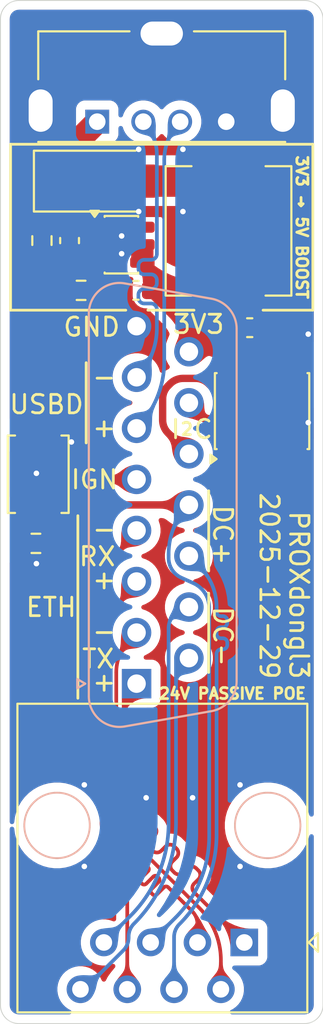
<source format=kicad_pcb>
(kicad_pcb
	(version 20241229)
	(generator "pcbnew")
	(generator_version "9.0")
	(general
		(thickness 1.6)
		(legacy_teardrops no)
	)
	(paper "A4")
	(layers
		(0 "F.Cu" signal)
		(2 "B.Cu" signal)
		(9 "F.Adhes" user "F.Adhesive")
		(11 "B.Adhes" user "B.Adhesive")
		(13 "F.Paste" user)
		(15 "B.Paste" user)
		(5 "F.SilkS" user "F.Silkscreen")
		(7 "B.SilkS" user "B.Silkscreen")
		(1 "F.Mask" user)
		(3 "B.Mask" user)
		(17 "Dwgs.User" user "User.Drawings")
		(19 "Cmts.User" user "User.Comments")
		(21 "Eco1.User" user "User.Eco1")
		(23 "Eco2.User" user "User.Eco2")
		(25 "Edge.Cuts" user)
		(27 "Margin" user)
		(31 "F.CrtYd" user "F.Courtyard")
		(29 "B.CrtYd" user "B.Courtyard")
		(35 "F.Fab" user)
		(33 "B.Fab" user)
		(39 "User.1" user)
		(41 "User.2" user)
		(43 "User.3" user)
		(45 "User.4" user)
	)
	(setup
		(pad_to_mask_clearance 0)
		(allow_soldermask_bridges_in_footprints no)
		(tenting front back)
		(pcbplotparams
			(layerselection 0x00000000_00000000_55555555_5755f5ff)
			(plot_on_all_layers_selection 0x00000000_00000000_00000000_00000000)
			(disableapertmacros no)
			(usegerberextensions yes)
			(usegerberattributes yes)
			(usegerberadvancedattributes yes)
			(creategerberjobfile yes)
			(dashed_line_dash_ratio 12.000000)
			(dashed_line_gap_ratio 3.000000)
			(svgprecision 4)
			(plotframeref no)
			(mode 1)
			(useauxorigin no)
			(hpglpennumber 1)
			(hpglpenspeed 20)
			(hpglpendiameter 15.000000)
			(pdf_front_fp_property_popups yes)
			(pdf_back_fp_property_popups yes)
			(pdf_metadata yes)
			(pdf_single_document no)
			(dxfpolygonmode yes)
			(dxfimperialunits yes)
			(dxfusepcbnewfont yes)
			(psnegative no)
			(psa4output no)
			(plot_black_and_white yes)
			(sketchpadsonfab no)
			(plotpadnumbers no)
			(hidednponfab no)
			(sketchdnponfab yes)
			(crossoutdnponfab yes)
			(subtractmaskfromsilk no)
			(outputformat 1)
			(mirror no)
			(drillshape 0)
			(scaleselection 1)
			(outputdirectory "out/")
		)
	)
	(net 0 "")
	(net 1 "/ETH_DC1+")
	(net 2 "/ETH_RX-")
	(net 3 "/ETH_TX+")
	(net 4 "/ETH_DC2+")
	(net 5 "/ETH_DC1-")
	(net 6 "/ETH_DC2-")
	(net 7 "/ETH_RX+")
	(net 8 "/ETH_TX-")
	(net 9 "/USB_D-")
	(net 10 "/USB_D+")
	(net 11 "+3V3")
	(net 12 "GND")
	(net 13 "+5V")
	(net 14 "Net-(D1-A)")
	(net 15 "Net-(U1-FB)")
	(net 16 "unconnected-(U1-NC-Pad6)")
	(net 17 "/I2C_SDA")
	(net 18 "/I2C_SCL")
	(net 19 "/IGNITION")
	(net 20 "Net-(SW1-A)")
	(footprint "Connector_USB:USB_A_Molex_105057_Vertical" (layer "F.Cu") (at 105.25 49.575))
	(footprint "Diode_SMD:D_SMA" (layer "F.Cu") (at 105.325 52.8))
	(footprint "Resistor_SMD:R_0603_1608Metric" (layer "F.Cu") (at 101.925 72.45 180))
	(footprint "Capacitor_SMD:C_0603_1608Metric" (layer "F.Cu") (at 113.525 60.75))
	(footprint "Package_TO_SOT_SMD:SOT-23-6" (layer "F.Cu") (at 106.5625 56.25 90))
	(footprint "Button_Switch_SMD:SW_SPST_TS-1088-xR020" (layer "F.Cu") (at 102.05 68.7 90))
	(footprint "Capacitor_SMD:C_0603_1608Metric" (layer "F.Cu") (at 103.75 56.025 -90))
	(footprint "Package_SO:SOIC-8_3.9x4.9mm_P1.27mm" (layer "F.Cu") (at 114.195 65.275 90))
	(footprint "Inductor_SMD:L_APV_APH0630" (layer "F.Cu") (at 112.375 55.5 90))
	(footprint "Resistor_SMD:R_0603_1608Metric" (layer "F.Cu") (at 104.375 58.725))
	(footprint "Resistor_SMD:R_0603_1608Metric" (layer "F.Cu") (at 102.25 56.025 -90))
	(footprint "Capacitor_SMD:C_0603_1608Metric" (layer "F.Cu") (at 107.35 58.725 180))
	(footprint "Connector_RJ:RJ45_OST_PJ012-8P8CX_Vertical" (layer "F.Cu") (at 113.23 94.1 180))
	(footprint "Connector_Dsub:DSUB-15_Socket_Vertical_P2.77x2.84mm" (layer "B.Cu") (at 107.385 80.06 -90))
	(gr_line
		(start 100.55 59.8)
		(end 100.55 50.8)
		(stroke
			(width 0.15)
			(type default)
		)
		(layer "F.SilkS")
		(uuid "0bb21fb7-3704-48fa-b0fa-ae8d9324f6b5")
	)
	(gr_line
		(start 116.95 59.8)
		(end 114.25 59.8)
		(stroke
			(width 0.15)
			(type default)
		)
		(layer "F.SilkS")
		(uuid "686a42a7-c847-4fd6-b630-2f03d989e285")
	)
	(gr_line
		(start 111.3 75.15)
		(end 111.3 79.45)
		(stroke
			(width 0.15)
			(type default)
		)
		(layer "F.SilkS")
		(uuid "7b7c1e79-eba0-4a39-8f93-4f79a106c7cf")
	)
	(gr_line
		(start 104.65 62.65)
		(end 104.65 67)
		(stroke
			(width 0.15)
			(type default)
		)
		(layer "F.SilkS")
		(uuid "962afc5d-95b0-4015-830d-d72aeae0a586")
	)
	(gr_line
		(start 100.55 50.8)
		(end 116.95 50.8)
		(stroke
			(width 0.15)
			(type default)
		)
		(layer "F.SilkS")
		(uuid "afe98980-f851-42fc-8455-5d44fdb39854")
	)
	(gr_line
		(start 110.5 59.8)
		(end 108 59.8)
		(stroke
			(width 0.15)
			(type default)
		)
		(layer "F.SilkS")
		(uuid "b2d5807f-4ab2-4ab8-9cac-9b7838c80a58")
	)
	(gr_line
		(start 111.3 69.6)
		(end 111.3 73.95)
		(stroke
			(width 0.15)
			(type default)
		)
		(layer "F.SilkS")
		(uuid "be0860b2-78ce-44c2-8985-ea6090560ae6")
	)
	(gr_line
		(start 116.95 50.8)
		(end 116.95 59.8)
		(stroke
			(width 0.15)
			(type default)
		)
		(layer "F.SilkS")
		(uuid "bec049ac-3559-4280-828b-ee19f48cb5fb")
	)
	(gr_line
		(start 106.8 59.8)
		(end 100.55 59.8)
		(stroke
			(width 0.15)
			(type default)
		)
		(layer "F.SilkS")
		(uuid "e506de09-9398-4777-897d-8501908c24f1")
	)
	(gr_line
		(start 104.2 70.95)
		(end 104.2 80.85)
		(stroke
			(width 0.15)
			(type default)
		)
		(layer "F.SilkS")
		(uuid "f8d659c8-ff70-4b99-a38d-781217489325")
	)
	(gr_line
		(start 100 97.5)
		(end 100 44)
		(stroke
			(width 0.05)
			(type default)
		)
		(layer "Edge.Cuts")
		(uuid "0db6ce03-0979-466c-8d70-b73e485d4a8f")
	)
	(gr_line
		(start 117.5 44)
		(end 117.5 97.5)
		(stroke
			(width 0.05)
			(type default)
		)
		(layer "Edge.Cuts")
		(uuid "10be46f5-97dc-400b-ad24-0b8b87306653")
	)
	(gr_line
		(start 101 43)
		(end 116.5 43)
		(stroke
			(width 0.05)
			(type default)
		)
		(layer "Edge.Cuts")
		(uuid "413b3a9e-9bd9-4831-9365-cd63dbd28d7f")
	)
	(gr_arc
		(start 116.5 43)
		(mid 117.207107 43.292893)
		(end 117.5 44)
		(stroke
			(width 0.05)
			(type default)
		)
		(layer "Edge.Cuts")
		(uuid "52b734ef-74dd-43b6-888f-18443ecf54e3")
	)
	(gr_arc
		(start 101 98.5)
		(mid 100.292893 98.207107)
		(end 100 97.5)
		(stroke
			(width 0.05)
			(type default)
		)
		(layer "Edge.Cuts")
		(uuid "6a17951b-3130-4b4a-9fe8-2b07478bf2be")
	)
	(gr_line
		(start 116.5 98.5)
		(end 101 98.5)
		(stroke
			(width 0.05)
			(type default)
		)
		(layer "Edge.Cuts")
		(uuid "79c46bbb-04e4-4a4a-967a-27117ae08049")
	)
	(gr_arc
		(start 117.5 97.5)
		(mid 117.207107 98.207107)
		(end 116.5 98.5)
		(stroke
			(width 0.05)
			(type default)
		)
		(layer "Edge.Cuts")
		(uuid "dbd91a20-56fa-46cf-ba01-69e810d4c7e5")
	)
	(gr_arc
		(start 100 44)
		(mid 100.292893 43.292893)
		(end 101 43)
		(stroke
			(width 0.05)
			(type default)
		)
		(layer "Edge.Cuts")
		(uuid "f40b6dc1-c075-4afe-b6bc-38632a8e4915")
	)
	(gr_text "ETH"
		(at 102.75 76.5 0)
		(layer "F.SilkS")
		(uuid "049bffc6-81b2-43bb-a40c-9da8e459d2e1")
		(effects
			(font
				(size 1 1)
				(thickness 0.15)
			)
			(justify bottom)
		)
	)
	(gr_text "3V3 → 5V BOOST"
		(at 116 55.3 270)
		(layer "F.SilkS")
		(uuid "065418fe-2066-4ca7-acdd-77ec5423263f")
		(effects
			(font
				(size 0.6 0.6)
				(thickness 0.15)
				(bold yes)
			)
			(justify bottom)
		)
	)
	(gr_text "+"
		(at 105.625 75 0)
		(layer "F.SilkS")
		(uuid "0b90a5b0-df5d-4501-b2f2-b67448d903bf")
		(effects
			(font
				(size 1 1)
				(thickness 0.15)
			)
			(justify bottom)
		)
	)
	(gr_text "TX"
		(at 105.3 79.3 0)
		(layer "F.SilkS")
		(uuid "1794d75d-514e-449d-9103-4763c94b122d")
		(effects
			(font
				(size 1 1)
				(thickness 0.15)
			)
			(justify bottom)
		)
	)
	(gr_text "I C"
		(at 111.6 66.85 0)
		(layer "F.SilkS")
		(uuid "1d64b92b-cd19-41eb-b4d7-c788d3008a2a")
		(effects
			(font
				(size 1 1)
				(thickness 0.15)
			)
			(justify right bottom)
		)
	)
	(gr_text "-"
		(at 105.625 77.8 0)
		(layer "F.SilkS")
		(uuid "1df42f9d-6b34-4d56-ac24-44dc5206c04f")
		(effects
			(font
				(size 1 1)
				(thickness 0.15)
			)
			(justify bottom)
		)
	)
	(gr_text "+"
		(at 105.625 80.55 0)
		(layer "F.SilkS")
		(uuid "26fe9f4a-06b7-4719-b1a4-70101fcfed63")
		(effects
			(font
				(size 1 1)
				(thickness 0.15)
			)
			(justify bottom)
		)
	)
	(gr_text "3V3"
		(at 110.75 61.15 0)
		(layer "F.SilkS")
		(uuid "3ee0d8b8-3e57-41fc-b8b9-064870c61fbb")
		(effects
			(font
				(size 1 1)
				(thickness 0.15)
			)
			(justify bottom)
		)
	)
	(gr_text "-"
		(at 105.625 72.25 0)
		(layer "F.SilkS")
		(uuid "3f3f6247-261b-47e9-ac0a-2d4d11d96d03")
		(effects
			(font
				(size 1 1)
				(thickness 0.15)
			)
			(justify bottom)
		)
	)
	(gr_text "DC+"
		(at 111.475 72 270)
		(layer "F.SilkS")
		(uuid "4819db5c-a7f2-4d5a-892b-093ce72a6ae9")
		(effects
			(font
				(size 1 1)
				(thickness 0.15)
			)
			(justify bottom)
		)
	)
	(gr_text "PROXdongl3\n2025-12-29"
		(at 114 79.9 270)
		(layer "F.SilkS")
		(uuid "56a00f68-612a-4d4f-95f6-399a861de7d1")
		(effects
			(font
				(size 1 1)
				(thickness 0.15)
			)
			(justify right bottom)
		)
	)
	(gr_text "24V PASSIVE POE"
		(at 116.65 80.95 0)
		(layer "F.SilkS")
		(uuid "582ed5dd-8095-4dca-b37e-f8f353222111")
		(effects
			(font
				(size 0.6 0.6)
				(thickness 0.15)
				(bold yes)
			)
			(justify right bottom)
		)
	)
	(gr_text "GND"
		(at 104.95 61.3 0)
		(layer "F.SilkS")
		(uuid "62408669-0d82-4b09-a3c6-e15998c50aa3")
		(effects
			(font
				(size 1 1)
				(thickness 0.15)
			)
			(justify bottom)
		)
	)
	(gr_text "-"
		(at 105.625 64 0)
		(layer "F.SilkS")
		(uuid "7860e24c-92e6-4578-bef4-82b88fcc73bf")
		(effects
			(font
				(size 1 1)
				(thickness 0.15)
			)
			(justify bottom)
		)
	)
	(gr_text "RX"
		(at 105.25 73.75 0)
		(layer "F.SilkS")
		(uuid "94adfeb0-c9ad-4a6b-98c9-e985685955c1")
		(effects
			(font
				(size 1 1)
				(thickness 0.15)
			)
			(justify bottom)
		)
	)
	(gr_text "² "
		(at 111.35 67.3 0)
		(layer "F.SilkS")
		(uuid "afdcc192-595b-4445-b6dd-101c9dc96190")
		(effects
			(font
				(size 1 1)
				(thickness 0.15)
			)
			(justify right bottom)
		)
	)
	(gr_text "IGN"
		(at 105.1 69.575 0)
		(layer "F.SilkS")
		(uuid "c8d87bec-a391-4205-b845-6b930131ddf5")
		(effects
			(font
				(size 1 1)
				(thickness 0.15)
			)
			(justify bottom)
		)
	)
	(gr_text "USBD"
		(at 102.5 65.5 0)
		(layer "F.SilkS")
		(uuid "d627d361-55c1-4fb3-8c05-87f33695c61d")
		(effects
			(font
				(size 1 1)
				(thickness 0.15)
			)
			(justify bottom)
		)
	)
	(gr_text "DC-"
		(at 111.475 77.5 270)
		(layer "F.SilkS")
		(uuid "df6d8cb3-b30e-4703-b7c0-d3a2843d2850")
		(effects
			(font
				(size 1 1)
				(thickness 0.15)
			)
			(justify bottom)
		)
	)
	(gr_text "+"
		(at 105.625 66.75 0)
		(layer "F.SilkS")
		(uuid "ec000367-5a59-4131-9be4-cd9c849520c3")
		(effects
			(font
				(size 1 1)
				(thickness 0.15)
			)
			(justify bottom)
		)
	)
	(segment
		(start 109.42 93.811314)
		(end 109.42 96.64)
		(width 0.2)
		(layer "B.Cu")
		(net 1)
		(uuid "1b3a16c5-83c5-4082-963a-24f4bce5b034")
	)
	(segment
		(start 111.727 78.438473)
		(end 111.727 78.558473)
		(width 0.2)
		(layer "B.Cu")
		(net 1)
		(uuid "297592fe-a272-44fc-9e77-42cb25950c25")
	)
	(segment
		(start 112.307 77.838473)
		(end 112.307 77.958473)
		(width 0.2)
		(layer "B.Cu")
		(net 1)
		(uuid "3605a777-fcb1-4949-9d2b-4fed50311136")
	)
	(segment
		(start 110.225 73.135)
		(end 110.837673 73.747673)
		(width 0.2)
		(layer "B.Cu")
		(net 1)
		(uuid "42abc40d-b88e-4359-b3e2-d2fd62bc3daf")
	)
	(segment
		(start 111.967 76.398473)
		(end 112.067 76.398473)
		(width 0.2)
		(layer "B.Cu")
		(net 1)
		(uuid "4b6e64f8-ddf2-4ad7-88b5-f979a45e1a53")
	)
	(segment
		(start 111.727 78.611757)
		(end 111.727 79.948824)
		(width 0.2)
		(layer "B.Cu")
		(net 1)
		(uuid "58c9926b-6326-42e7-9dc0-12c851049de2")
	)
	(segment
		(start 111.727 78.558473)
		(end 111.727 78.611757)
		(width 0.2)
		(layer "B.Cu")
		(net 1)
		(uuid "83f4b8a8-9871-4188-8e2f-293062ac7c8a")
	)
	(segment
		(start 112.307 76.638473)
		(end 112.307 76.758473)
		(width 0.2)
		(layer "B.Cu")
		(net 1)
		(uuid "989da18c-164e-4312-b765-d0763e0d36c9")
	)
	(segment
		(start 112.067 76.998473)
		(end 111.967 76.998473)
		(width 0.2)
		(layer "B.Cu")
		(net 1)
		(uuid "aba83d00-45b9-415e-8971-df563c611b99")
	)
	(segment
		(start 111.727 79.948824)
		(end 111.727 88.241834)
		(width 0.2)
		(layer "B.Cu")
		(net 1)
		(uuid "b4f4a6aa-0c07-400b-8acd-30687c0c6f72")
	)
	(segment
		(start 112.067 78.198473)
		(end 111.967 78.198473)
		(width 0.2)
		(layer "B.Cu")
		(net 1)
		(uuid "c29c28f6-4ec4-47de-af13-a0590522dd89")
	)
	(segment
		(start 111.727005 75.894771)
		(end 111.727 76.158473)
		(width 0.2)
		(layer "B.Cu")
		(net 1)
		(uuid "cca05b71-5b5f-4256-ab52-cb01e3d64242")
	)
	(segment
		(start 111.727 77.238473)
		(end 111.727 77.358473)
		(width 0.2)
		(layer "B.Cu")
		(net 1)
		(uuid "e8f35f1c-5947-4153-b041-9d5f8b5d5ced")
	)
	(segment
		(start 111.967 77.598473)
		(end 112.067 77.598473)
		(width 0.2)
		(layer "B.Cu")
		(net 1)
		(uuid "eca8d92f-de7c-4ff4-8620-6832795d65d8")
	)
	(arc
		(start 111.727 88.241834)
		(mid 111.203571 90.873289)
		(end 109.712893 93.104207)
		(width 0.2)
		(layer "B.Cu")
		(net 1)
		(uuid "3d729d30-f11a-449e-8f5f-d25a15500890")
	)
	(arc
		(start 111.727 77.358473)
		(mid 111.797294 77.528179)
		(end 111.967 77.598473)
		(width 0.2)
		(layer "B.Cu")
		(net 1)
		(uuid "4889e938-fd7e-45f7-a438-fd58a02665ad")
	)
	(arc
		(start 111.967 76.998473)
		(mid 111.797294 77.068767)
		(end 111.727 77.238473)
		(width 0.2)
		(layer "B.Cu")
		(net 1)
		(uuid "840bed66-a729-458a-bb79-41114e5b1fc5")
	)
	(arc
		(start 112.307 77.958473)
		(mid 112.236706 78.128179)
		(end 112.067 78.198473)
		(width 0.2)
		(layer "B.Cu")
		(net 1)
		(uuid "88017b7f-2ce8-4096-b5fa-7d43e157a07b")
	)
	(arc
		(start 112.307 76.758473)
		(mid 112.236706 76.928179)
		(end 112.067 76.998473)
		(width 0.2)
		(layer "B.Cu")
		(net 1)
		(uuid "9785c371-2f24-469e-8504-4a7247b09219")
	)
	(arc
		(start 111.727 76.158473)
		(mid 111.797294 76.328179)
		(end 111.967 76.398473)
		(width 0.2)
		(layer "B.Cu")
		(net 1)
		(uuid "a609964b-d264-4d9f-b12b-08cc4a699a63")
	)
	(arc
		(start 112.067 76.398473)
		(mid 112.236706 76.468767)
		(end 112.307 76.638473)
		(width 0.2)
		(layer "B.Cu")
		(net 1)
		(uuid "ac1d85bb-f59a-4dfc-941c-ef6392377f83")
	)
	(arc
		(start 109.712893 93.104207)
		(mid 109.49612 93.428631)
		(end 109.42 93.811314)
		(width 0.2)
		(layer "B.Cu")
		(net 1)
		(uuid "d6ee7632-5b2a-4cfb-b595-83b645ff3a0f")
	)
	(arc
		(start 110.837673 73.747673)
		(mid 111.495887 74.73277)
		(end 111.727005 75.894771)
		(width 0.2)
		(layer "B.Cu")
		(net 1)
		(uuid "d77a85b3-60db-4da9-b72d-3bba58386af8")
	)
	(arc
		(start 112.067 77.598473)
		(mid 112.236706 77.668767)
		(end 112.307 77.838473)
		(width 0.2)
		(layer "B.Cu")
		(net 1)
		(uuid "db339cf9-2624-410e-9cdf-a3c53cbe6b3f")
	)
	(arc
		(start 111.967 78.198473)
		(mid 111.797294 78.268767)
		(end 111.727 78.438473)
		(width 0.2)
		(layer "B.Cu")
		(net 1)
		(uuid "e60421ae-9944-4ba1-b5d8-dc864b2c1861")
	)
	(segment
		(start 106.88 96.64)
		(end 106.88 91.014127)
		(width 0.2)
		(layer "F.Cu")
		(net 2)
		(uuid "35e5ba2f-7fd0-48ff-93b1-eae833a0d61e")
	)
	(segment
		(start 105.482 87.639086)
		(end 105.482 76.344198)
		(width 0.2)
		(layer "F.Cu")
		(net 2)
		(uuid "60b35e78-4833-4263-92c3-97eb2a95da3d")
	)
	(arc
		(start 105.774893 88.346193)
		(mid 106.592798 89.570264)
		(end 106.88 91.014127)
		(width 0.2)
		(layer "F.Cu")
		(net 2)
		(uuid "19e1288e-cd7a-4cfe-953d-6947053902e2")
	)
	(arc
		(start 107.385 71.75)
		(mid 105.976563 73.857856)
		(end 105.482 76.344198)
		(width 0.2)
		(layer "F.Cu")
		(net 2)
		(uuid "9c5fc30d-d7ed-4b8a-bacb-26097bee2dee")
	)
	(arc
		(start 105.774893 88.346193)
		(mid 105.55812 88.02177)
		(end 105.482 87.639086)
		(width 0.2)
		(layer "F.Cu")
		(net 2)
		(uuid "d51b8968-c8e4-42c4-9a1a-bfffcced0d88")
	)
	(segment
		(start 106.685 80.76)
		(end 106.685 87.140786)
		(width 0.2)
		(layer "F.Cu")
		(net 3)
		(uuid "213cc9bc-96a1-4c17-8f5c-ccd93a116c65")
	)
	(segment
		(start 108.728115 89.12294)
		(end 108.960045 88.891007)
		(width 0.2)
		(layer "F.Cu")
		(net 3)
		(uuid "24ac8024-d204-4326-b00b-005f6abc51fc")
	)
	(segment
		(start 110.62316 90.078947)
		(end 110.741953 90.19774)
		(width 0.2)
		(layer "F.Cu")
		(net 3)
		(uuid "33be4c92-56f3-41eb-816b-15f32d9d77e2")
	)
	(segment
		(start 107.385 80.06)
		(end 106.685 80.76)
		(width 0.2)
		(layer "F.Cu")
		(net 3)
		(uuid "34c1f55e-d59e-4312-a4ac-b692196311fb")
	)
	(segment
		(start 110.741953 90.672916)
		(end 110.51002 90.904846)
		(width 0.2)
		(layer "F.Cu")
		(net 3)
		(uuid "5422b261-37a7-4aa3-8ee2-9fe0f509da50")
	)
	(segment
		(start 107.385 80.06)
		(end 106.977893 80.467107)
		(width 0.2)
		(layer "F.Cu")
		(net 3)
		(uuid "6c1f7510-deab-4342-9ffa-c055c23b178e")
	)
	(segment
		(start 107.540176 87.935001)
		(end 107.772106 87.703068)
		(width 0.2)
		(layer "F.Cu")
		(net 3)
		(uuid "84b38016-7cc8-4fa3-8b7d-a5b057c522ba")
	)
	(segment
		(start 109.554014 89.484977)
		(end 109.322081 89.716907)
		(width 0.2)
		(layer "F.Cu")
		(net 3)
		(uuid "9ac48fe6-f7b1-44c0-98a7-4e04da66844b")
	)
	(segment
		(start 109.916054 90.310879)
		(end 110.147984 90.078946)
		(width 0.2)
		(layer "F.Cu")
		(net 3)
		(uuid "a2574c8e-f60c-47dc-ba1e-fdeaf4826972")
	)
	(segment
		(start 110.628817 91.498817)
		(end 111.065 91.935)
		(width 0.2)
		(layer "F.Cu")
		(net 3)
		(uuid "ab11df4e-0c3b-49e5-b3ae-859f74f2b246")
	)
	(segment
		(start 109.435221 88.891008)
		(end 109.554014 89.009801)
		(width 0.2)
		(layer "F.Cu")
		(net 3)
		(uuid "b6312bb9-ecae-4f9e-96e4-326e5c0f01a1")
	)
	(segment
		(start 109.322082 90.192083)
		(end 109.440878 90.310878)
		(width 0.2)
		(layer "F.Cu")
		(net 3)
		(uuid "b73de118-aa28-480d-b46e-9d60e59735a8")
	)
	(segment
		(start 108.366075 88.297038)
		(end 108.134142 88.528968)
		(width 0.2)
		(layer "F.Cu")
		(net 3)
		(uuid "bca99180-b19e-4329-afac-060f59b785f4")
	)
	(segment
		(start 111.065 91.935)
		(end 113.23 94.1)
		(width 0.2)
		(layer "F.Cu")
		(net 3)
		(uuid "d2aaabad-c98a-45ae-96f4-1a8bd2222fa4")
	)
	(segment
		(start 108.247282 87.703069)
		(end 108.366075 87.821862)
		(width 0.2)
		(layer "F.Cu")
		(net 3)
		(uuid "dfb03752-e664-48a2-9d08-a7133c0f8063")
	)
	(segment
		(start 110.510021 91.380022)
		(end 110.628817 91.498817)
		(width 0.2)
		(layer "F.Cu")
		(net 3)
		(uuid "e06b253f-14fb-4dc8-9851-561d427c4427")
	)
	(segment
		(start 106.977893 87.847893)
		(end 107.065 87.935)
		(width 0.2)
		(layer "F.Cu")
		(net 3)
		(uuid "e20394a6-36ba-478e-8529-2641863adfaf")
	)
	(segment
		(start 108.134143 89.004144)
		(end 108.252939 89.122939)
		(width 0.2)
		(layer "F.Cu")
		(net 3)
		(uuid "e7e0aa8a-e407-46af-a998-0e98ace99086")
	)
	(arc
		(start 108.134142 88.528968)
		(mid 108.035731 88.766556)
		(end 108.134143 89.004144)
		(width 0.2)
		(layer "F.Cu")
		(net 3)
		(uuid "233b63ef-0432-464d-be60-e0fff5d13ac2")
	)
	(arc
		(start 110.51002 90.904846)
		(mid 110.411609 91.142434)
		(end 110.510021 91.380022)
		(width 0.2)
		(layer "F.Cu")
		(net 3)
		(uuid "3f33e3bc-9f81-4a07-86d5-c2781531a87b")
	)
	(arc
		(start 109.440878 90.310878)
		(mid 109.678467 90.40929)
		(end 109.916054 90.310879)
		(width 0.2)
		(layer "F.Cu")
		(net 3)
		(uuid "443a3d4a-6585-4196-a40e-7041425c4eac")
	)
	(arc
		(start 110.147984 90.078946)
		(mid 110.385572 89.980535)
		(end 110.62316 90.078947)
		(width 0.2)
		(layer "F.Cu")
		(net 3)
		(uuid "450e2d8f-0dd2-42b4-8f9f-39d4c2ccd201")
	)
	(arc
		(start 110.741953 90.19774)
		(mid 110.840365 90.435328)
		(end 110.741953 90.672916)
		(width 0.2)
		(layer "F.Cu")
		(net 3)
		(uuid "4e2764a4-0acf-4e47-855b-0e09e4b064ac")
	)
	(arc
		(start 107.065 87.935)
		(mid 107.302589 88.033412)
		(end 107.540176 87.935001)
		(width 0.2)
		(layer "F.Cu")
		(net 3)
		(uuid "617fa0de-ebb0-436c-8263-15595d60ef9c")
	)
	(arc
		(start 108.366075 87.821862)
		(mid 108.464487 88.05945)
		(end 108.366075 88.297038)
		(width 0.2)
		(layer "F.Cu")
		(net 3)
		(uuid "75f31041-05b3-4f77-bf21-c5469b3b3203")
	)
	(arc
		(start 108.252939 89.122939)
		(mid 108.490528 89.221351)
		(end 108.728115 89.12294)
		(width 0.2)
		(layer "F.Cu")
		(net 3)
		(uuid "8f790694-a398-4b1e-bb57-b582fb2543be")
	)
	(arc
		(start 107.772106 87.703068)
		(mid 108.009694 87.604657)
		(end 108.247282 87.703069)
		(width 0.2)
		(layer "F.Cu")
		(net 3)
		(uuid "a951adfe-5ee2-47da-a8db-acf76f9336c4")
	)
	(arc
		(start 109.554014 89.009801)
		(mid 109.652426 89.247389)
		(end 109.554014 89.484977)
		(width 0.2)
		(layer "F.Cu")
		(net 3)
		(uuid "cac28868-16bc-44b8-8510-56e0c858b8a5")
	)
	(arc
		(start 106.685 87.140786)
		(mid 106.76112 87.52347)
		(end 106.977893 87.847893)
		(width 0.2)
		(layer "F.Cu")
		(net 3)
		(uuid "d50a074b-b3dd-4558-8c40-85b226028dcd")
	)
	(arc
		(start 109.322081 89.716907)
		(mid 109.22367 89.954495)
		(end 109.322082 90.192083)
		(width 0.2)
		(layer "F.Cu")
		(net 3)
		(uuid "dc2f670d-15ea-4477-9882-6c8a74a5d2f3")
	)
	(arc
		(start 108.960045 88.891007)
		(mid 109.197633 88.792596)
		(end 109.435221 88.891008)
		(width 0.2)
		(layer "F.Cu")
		(net 3)
		(uuid "e16beaad-139b-4905-8a28-40e8a90511db")
	)
	(segment
		(start 105.249214 70.365)
		(end 110.225 70.365)
		(width 0.4)
		(layer "F.Cu")
		(net 4)
		(uuid "28ffc81f-a65d-4b44-9612-79f8d15c4d07")
	)
	(segment
		(start 102.75 72.45)
		(end 104.542107 70.657893)
		(width 0.4)
		(layer "F.Cu")
		(net 4)
		(uuid "886713da-d5c7-4610-b7a1-e844412d6ec7")
	)
	(arc
		(start 105.249214 70.365)
		(mid 104.866531 70.44112)
		(end 104.542107 70.657893)
		(width 0.4)
		(layer "F.Cu")
		(net 4)
		(uuid "3401c0a7-82c0-402d-a12a-13ee7408dfc4")
	)
	(segment
		(start 111.326 75.937102)
		(end 111.326 88.341275)
		(width 0.2)
		(layer "B.Cu")
		(net 4)
		(uuid "2e521ab4-1c9c-4f82-8744-e8f74b45f502")
	)
	(segment
		(start 109.4997 92.750316)
		(end 108.15 94.1)
		(width 0.2)
		(layer "B.Cu")
		(net 4)
		(uuid "50323dfe-b2cd-4ed8-8839-87d366f75576")
	)
	(segment
		(start 109.123999 73.094481)
		(end 109.123997 73.24715)
		(width 0.2)
		(layer "B.Cu")
		(net 4)
		(uuid "573d0532-267c-4c64-81f2-82efa49f1e11")
	)
	(segment
		(start 109.124 73.050762)
		(end 109.123999 73.094481)
		(width 0.2)
		(layer "B.Cu")
		(net 4)
		(uuid "83aac324-fece-4496-8203-5c602cf4d72f")
	)
	(segment
		(start 109.124 73.022931)
		(end 109.124 73.050762)
		(width 0.2)
		(layer "B.Cu")
		(net 4)
		(uuid "b55e6cf2-afd1-4de7-8e61-c1b98395f5a3")
	)
	(segment
		(start 109.80946 74.311291)
		(end 110.472761 74.612516)
		(width 0.2)
		(layer "B.Cu")
		(net 4)
		(uuid "e3ce3b94-346f-4702-a787-4bad6a18c179")
	)
	(arc
		(start 109.123997 73.24715)
		(mid 109.310191 73.880054)
		(end 109.80946 74.311291)
		(width 0.2)
		(layer "B.Cu")
		(net 4)
		(uuid "29764fa2-a997-4704-9206-466832b26de4")
	)
	(arc
		(start 110.225 70.365)
		(mid 109.410133 71.584481)
		(end 109.124 73.022931)
		(width 0.2)
		(layer "B.Cu")
		(net 4)
		(uuid "524331c2-a955-4a25-93ad-45d61e2ba38d")
	)
	(arc
		(start 111.326 88.341275)
		(mid 110.85136 90.727434)
		(end 109.4997 92.750316)
		(width 0.2)
		(layer "B.Cu")
		(net 4)
		(uuid "95ff44f7-af53-4de6-a56f-ea9300a9a3de")
	)
	(arc
		(start 111.326 75.937102)
		(mid 111.094227 75.149297)
		(end 110.472761 74.612516)
		(width 0.2)
		(layer "B.Cu")
		(net 4)
		(uuid "e8685c65-5f2e-4be2-a160-a7a6580df01f")
	)
	(segment
		(start 109.416893 76.333107)
		(end 109.845 75.905)
		(width 0.2)
		(layer "B.Cu")
		(net 5)
		(uuid "19de6717-dd66-4f55-9b1f-ed5f070abbb0")
	)
	(segment
		(start 109.124 87.641773)
		(end 109.124 77.040214)
		(width 0.2)
		(layer "B.Cu")
		(net 5)
		(uuid "7ef2c0a7-1daf-4709-ba47-40c201c5c4ee")
	)
	(segment
		(start 109.845 75.905)
		(end 110.225 75.905)
		(width 0.2)
		(layer "B.Cu")
		(net 5)
		(uuid "7ff693eb-e5e6-4b1c-9b05-4bb976a10db3")
	)
	(segment
		(start 105.61 94.1)
		(end 107.042033 92.668001)
		(width 0.2)
		(layer "B.Cu")
		(net 5)
		(uuid "947dcb75-2a58-4d01-91e3-4a251669c49b")
	)
	(segment
		(start 105.61 94.1)
		(end 105.5 93.99)
		(width 0.2)
		(layer "B.Cu")
		(net 5)
		(uuid "ee570994-3e94-4237-bd5c-cfcc1aedb572")
	)
	(arc
		(start 107.042033 92.668001)
		(mid 108.582913 90.361955)
		(end 109.124 87.641773)
		(width 0.2)
		(layer "B.Cu")
		(net 5)
		(uuid "9367f155-3e0b-4ef1-95e0-d75e8f9bf54c")
	)
	(arc
		(start 109.416893 76.333107)
		(mid 109.20012 76.65753)
		(end 109.124 77.040214)
		(width 0.2)
		(layer "B.Cu")
		(net 5)
		(uuid "ac278524-a01d-4232-8144-d0e3b99e6d94")
	)
	(segment
		(start 106.953893 93.828232)
		(end 106.953893 93.785982)
		(width 0.2)
		(layer "B.Cu")
		(net 6)
		(uuid "6010f089-3123-43db-a364-fbc262c45f34")
	)
	(segment
		(start 109.525 87.578835)
		(end 109.525 79.789214)
		(width 0.2)
		(layer "B.Cu")
		(net 6)
		(uuid "7e9e76bf-d0c5-4b76-b851-d7129937c28e")
	)
	(segment
		(start 104.556339 96.64)
		(end 106.661 94.535339)
		(width 0.2)
		(layer "B.Cu")
		(net 6)
		(uuid "95ee3c68-50d0-449d-b1c1-bdd40f4b71cc")
	)
	(segment
		(start 104.34 96.64)
		(end 104.556339 96.64)
		(width 0.2)
		(layer "B.Cu")
		(net 6)
		(uuid "b41c45bb-3840-4329-873b-0826724ca19c")
	)
	(segment
		(start 109.817893 79.082107)
		(end 110.225 78.675)
		(width 0.2)
		(layer "B.Cu")
		(net 6)
		(uuid "ee68e164-ca41-4506-92ea-0620134d969e")
	)
	(arc
		(start 109.525 79.789214)
		(mid 109.60112 79.406531)
		(end 109.817893 79.082107)
		(width 0.2)
		(layer "B.Cu")
		(net 6)
		(uuid "601c0325-34fd-4107-8982-98e1646ff6bb")
	)
	(arc
		(start 106.953893 93.785982)
		(mid 107.030013 93.403299)
		(end 107.246786 93.078875)
		(width 0.2)
		(layer "B.Cu")
		(net 6)
		(uuid "6cbdcb56-97f5-4eb9-bec7-9c4b1ad8ab0a")
	)
	(arc
		(start 106.661 94.535339)
		(mid 106.877773 94.210916)
		(end 106.953893 93.828232)
		(width 0.2)
		(layer "B.Cu")
		(net 6)
		(uuid "cdf8a814-f6e8-4848-b587-18abdfccfa59")
	)
	(arc
		(start 107.246786 93.078875)
		(mid 108.932921 90.555415)
		(end 109.525 87.578835)
		(width 0.2)
		(layer "B.Cu")
		(net 6)
		(uuid "eb7a141a-7c25-4cc6-b7e6-d884c399ce57")
	)
	(segment
		(start 109.162381 91.166581)
		(end 109.3279 91.3321)
		(width 0.2)
		(layer "F.Cu")
		(net 7)
		(uuid "15b411c7-ffbd-4ead-bf58-f9f9c6b35cb2")
	)
	(segment
		(start 109.104397 91.108597)
		(end 109.162381 91.166581)
		(width 0.2)
		(layer "F.Cu")
		(net 7)
		(uuid "2762318f-2d42-4a0d-9577-aa34abcf0d1c")
	)
	(segment
		(start 108.002727 90.238858)
		(end 107.619475 90.622109)
		(width 0.2)
		(layer "F.Cu")
		(net 7)
		(uuid "287071ee-1ee2-499c-a9ce-f8ecf42d3b0b")
	)
	(segment
		(start 107.4229 89.659031)
		(end 107.216424 89.865506)
		(width 0.2)
		(layer "F.Cu")
		(net 7)
		(uuid "29a7ed2f-8e4f-4cb7-82c9-1b82aa07d29c")
	)
	(segment
		(start 108.199302 91.433867)
		(end 108.257284 91.491849)
		(width 0.2)
		(layer "F.Cu")
		(net 7)
		(uuid "2bc0a353-443d-4045-92f7-8008b44d6876")
	)
	(segment
		(start 107.216424 90.097437)
		(end 107.274406 90.155419)
		(width 0.2)
		(layer "F.Cu")
		(net 7)
		(uuid "3bd8a843-541f-49a2-80ce-54e5adec7582")
	)
	(segment
		(start 109.3279 91.3321)
		(end 110.281037 92.285237)
		(width 0.2)
		(layer "F.Cu")
		(net 7)
		(uuid "3ff0c178-d559-4453-b347-324ac0c71169")
	)
	(segment
		(start 110.281037 92.285237)
		(end 110.397107 92.401307)
		(width 0.2)
		(layer "F.Cu")
		(net 7)
		(uuid "870a4c3e-3467-4d7d-899e-2fa5d5e145dc")
	)
	(segment
		(start 107.944743 89.948943)
		(end 108.002727 90.006927)
		(width 0.2)
		(layer "F.Cu")
		(net 7)
		(uuid "9c62ffd7-2d59-4831-8a10-0b34bb66b7f3")
	)
	(segment
		(start 107.506337 90.155419)
		(end 107.712812 89.948943)
		(width 0.2)
		(layer "F.Cu")
		(net 7)
		(uuid "a5c6f3b1-9b78-483d-a59a-da4a82b89d2b")
	)
	(segment
		(start 107.909388 90.912022)
		(end 108.292639 90.52877)
		(width 0.2)
		(layer "F.Cu")
		(net 7)
		(uuid "a8239e8f-f4ad-4bcd-a685-40b24630076d")
	)
	(segment
		(start 108.582554 90.818685)
		(end 108.199302 91.201936)
		(width 0.2)
		(layer "F.Cu")
		(net 7)
		(uuid "ae2a428f-6241-4267-938d-dc7b1785dbab")
	)
	(segment
		(start 107.619475 90.85404)
		(end 107.677457 90.912022)
		(width 0.2)
		(layer "F.Cu")
		(net 7)
		(uuid "bd542de6-00d6-4569-a8a8-7b814e5434c0")
	)
	(segment
		(start 105.883 78.146129)
		(end 105.883 87.472986)
		(width 0.2)
		(layer "F.Cu")
		(net 7)
		(uuid "bdcc6913-de0c-47e8-80af-b18b6df31a33")
	)
	(segment
		(start 108.52457 90.52877)
		(end 108.582554 90.586754)
		(width 0.2)
		(layer "F.Cu")
		(net 7)
		(uuid "cbb60cd9-50b4-4299-b5a3-262396cc7801")
	)
	(segment
		(start 106.175893 88.180093)
		(end 107.4229 89.4271)
		(width 0.2)
		(layer "F.Cu")
		(net 7)
		(uuid "dc2eb85c-2011-497b-9c1a-e9375e89c281")
	)
	(segment
		(start 108.489215 91.491849)
		(end 108.872466 91.108597)
		(width 0.2)
		(layer "F.Cu")
		(net 7)
		(uuid "f106b01f-947e-4b6d-b921-7b6d67ddc96c")
	)
	(segment
		(start 110.69 93.108414)
		(end 110.69 94.1)
		(width 0.2)
		(layer "F.Cu")
		(net 7)
		(uuid "fadf9c9d-be21-45c6-bd28-ba31471b182e")
	)
	(arc
		(start 107.677457 90.912022)
		(mid 107.793423 90.960056)
		(end 107.909388 90.912022)
		(width 0.2)
		(layer "F.Cu")
		(net 7)
		(uuid "0044d40f-1336-4018-897f-f767c31ef9ee")
	)
	(arc
		(start 110.397107 92.401307)
		(mid 110.61388 92.725731)
		(end 110.69 93.108414)
		(width 0.2)
		(layer "F.Cu")
		(net 7)
		(uuid "08a9e97a-790d-4c1c-9c02-8911175f24f6")
	)
	(arc
		(start 105.883 87.472986)
		(mid 105.95912 87.855669)
		(end 106.175893 88.180093)
		(width 0.2)
		(layer "F.Cu")
		(net 7)
		(uuid "132eb2b6-7af8-45e0-ad5e-0a1ba96503ff")
	)
	(arc
		(start 108.199302 91.201936)
		(mid 108.151268 91.317901)
		(end 108.199302 91.433867)
		(width 0.2)
		(layer "F.Cu")
		(net 7)
		(uuid "2908833b-4ba6-4279-91a0-8e3768d41ad8")
	)
	(arc
		(start 107.4229 89.4271)
		(mid 107.470934 89.543066)
		(end 107.4229 89.659031)
		(width 0.2)
		(layer "F.Cu")
		(net 7)
		(uuid "3d1a5c3b-9c1c-4ff9-b509-0cd7ba345534")
	)
	(arc
		(start 108.002727 90.006927)
		(mid 108.050761 90.122893)
		(end 108.002727 90.238858)
		(width 0.2)
		(layer "F.Cu")
		(net 7)
		(uuid "43d0c6e6-db7b-45ce-b80a-75e47fc99d11")
	)
	(arc
		(start 107.619475 90.622109)
		(mid 107.571441 90.738074)
		(end 107.619475 90.85404)
		(width 0.2)
		(layer "F.Cu")
		(net 7)
		(uuid "450ede13-fc08-433a-a879-90ba3cb3c275")
	)
	(arc
		(start 107.712812 89.948943)
		(mid 107.828777 89.900909)
		(end 107.944743 89.948943)
		(width 0.2)
		(layer "F.Cu")
		(net 7)
		(uuid "559183c8-82a1-498e-9f0c-0c279546951a")
	)
	(arc
		(start 108.292639 90.52877)
		(mid 108.408604 90.480736)
		(end 108.52457 90.52877)
		(width 0.2)
		(layer "F.Cu")
		(net 7)
		(uuid "6c24ef7f-7479-488d-81ee-eaa183b09299")
	)
	(arc
		(start 108.582554 90.586754)
		(mid 108.630588 90.70272)
		(end 108.582554 90.818685)
		(width 0.2)
		(layer "F.Cu")
		(net 7)
		(uuid "a09cebd6-3518-47f7-8983-a19fb2e66433")
	)
	(arc
		(start 107.274406 90.155419)
		(mid 107.390372 90.203453)
		(end 107.506337 90.155419)
		(width 0.2)
		(layer "F.Cu")
		(net 7)
		(uuid "a2dcb139-68dc-48c9-8390-fa2135db1e40")
	)
	(arc
		(start 107.216424 89.865506)
		(mid 107.16839 89.981471)
		(end 107.216424 90.097437)
		(width 0.2)
		(layer "F.Cu")
		(net 7)
		(uuid "ad7c87b6-7075-4132-a3b8-14a1b031aa08")
	)
	(arc
		(start 107.385 74.52)
		(mid 106.273353 76.18369)
		(end 105.883 78.146129)
		(width 0.2)
		(layer "F.Cu")
		(net 7)
		(uuid "b7972300-392c-4a71-beb6-4c9b3c4b1973")
	)
	(arc
		(start 108.872466 91.108597)
		(mid 108.988431 91.060563)
		(end 109.104397 91.108597)
		(width 0.2)
		(layer "F.Cu")
		(net 7)
		(uuid "ea0192bc-0949-40f4-aa03-732e56c585c8")
	)
	(arc
		(start 108.257284 91.491849)
		(mid 108.37325 91.539883)
		(end 108.489215 91.491849)
		(width 0.2)
		(layer "F.Cu")
		(net 7)
		(uuid "ffa78e4a-9ea6-435a-ba81-a0d93d71d9c7")
	)
	(segment
		(start 111.96 96.64)
		(end 111.96 95.064265)
		(width 0.2)
		(layer "F.Cu")
		(net 8)
		(uuid "1e072b2f-a021-4d03-b679-d9ccb33c45ac")
	)
	(segment
		(start 110.781137 92.218237)
		(end 106.576893 88.013993)
		(width 0.2)
		(layer "F.Cu")
		(net 8)
		(uuid "2ced86cf-7653-41f5-805b-b58d44cbf522")
	)
	(segment
		(start 107.037789 77.637211)
		(end 107.385 77.29)
		(width 0.2)
		(layer "F.Cu")
		(net 8)
		(uuid "54d048d0-6021-4565-a7d5-639d167c4ae7")
	)
	(segment
		(start 106.284 87.306886)
		(end 106.284 79.457019)
		(width 0.2)
		(layer "F.Cu")
		(net 8)
		(uuid "712ae5f0-9554-4cfe-b6b0-42cb67fcdea8")
	)
	(arc
		(start 106.576893 88.013993)
		(mid 106.36012 87.68957)
		(end 106.284 87.306886)
		(width 0.2)
		(layer "F.Cu")
		(net 8)
		(uuid "0907e4d0-264d-4934-9588-116a623b2293")
	)
	(arc
		(start 107.037789 77.637211)
		(mid 106.479903 78.472146)
		(end 106.284 79.457019)
		(width 0.2)
		(layer "F.Cu")
		(net 8)
		(uuid "6fbe9976-3140-4f1f-b030-d3810ef537c8")
	)
	(arc
		(start 111.96 95.064265)
		(mid 111.653623 93.524006)
		(end 110.781137 92.218237)
		(width 0.2)
		(layer "F.Cu")
		(net 8)
		(uuid "c8e3aab4-fd21-4b27-8658-33ac568c0160")
	)
	(segment
		(start 108.486 51.351842)
		(end 108.486 51.796628)
		(width 0.2)
		(layer "B.Cu")
		(net 9)
		(uuid "022229e0-ef6b-4471-a7ff-86bdbebb8f62")
	)
	(segment
		(start 108.486 51.796628)
		(end 108.486 56.752191)
		(width 0.2)
		(layer "B.Cu")
		(net 9)
		(uuid "05cceade-a274-414f-8bf2-59eb1124b987")
	)
	(segment
		(start 108.486 60.741494)
		(end 108.486 60.781945)
		(width 0.2)
		(layer "B.Cu")
		(net 9)
		(uuid "10557358-4856-4ab5-ae04-97387702dcab")
	)
	(segment
		(start 108.486 60.451494)
		(end 108.486 60.741494)
		(width 0.2)
		(layer "B.Cu")
		(net 9)
		(uuid "14a6e22d-c347-4fc1-8b3e-f53f9be841cf")
	)
	(segment
		(start 107.802 59.438191)
		(end 108.17 59.438191)
		(width 0.2)
		(layer "B.Cu")
		(net 9)
		(uuid "2476beab-af21-4edd-993c-b2bfa6a05dae")
	)
	(segment
		(start 108.486 59.754191)
		(end 108.486 59.912191)
		(width 0.2)
		(layer "B.Cu")
		(net 9)
		(uuid "408dca81-1860-47b8-81f9-4adeff4512c8")
	)
	(segment
		(start 108.486 59.912191)
		(end 108.486 60.451494)
		(width 0.2)
		(layer "B.Cu")
		(net 9)
		(uuid "4c1fca2c-7319-40d3-ab82-cd99bcce3436")
	)
	(segment
		(start 107.486 57.384191)
		(end 107.486 57.542191)
		(width 0.2)
		(layer "B.Cu")
		(net 9)
		(uuid "700aad17-d708-4588-8db6-1688d2fab2ac")
	)
	(segment
		(start 108.17 58.648191)
		(end 107.802 58.648191)
		(width 0.2)
		(layer "B.Cu")
		(net 9)
		(uuid "84a83b14-4ce5-49b5-9a67-78eb7ffc7df3")
	)
	(segment
		(start 108.17 57.068191)
		(end 107.802 57.068191)
		(width 0.2)
		(layer "B.Cu")
		(net 9)
		(uuid "927ed8b6-8f78-4bd4-9706-697d355de0a1")
	)
	(segment
		(start 107.802 57.858191)
		(end 108.17 57.858191)
		(width 0.2)
		(layer "B.Cu")
		(net 9)
		(uuid "98fd1a51-6f36-459e-87c9-e3b59824143e")
	)
	(segment
		(start 108.486 58.174191)
		(end 108.486 58.332191)
		(width 0.2)
		(layer "B.Cu")
		(net 9)
		(uuid "bc84b526-1150-401d-9fe4-6b77ceaaf9ee")
	)
	(segment
		(start 107.486 58.964191)
		(end 107.486 59.122191)
		(width 0.2)
		(layer "B.Cu")
		(net 9)
		(uuid "e486bcad-5971-4c54-9f6f-fc3cf2dabbe6")
	)
	(arc
		(start 107.486 57.542191)
		(mid 107.578554 57.765637)
		(end 107.802 57.858191)
		(width 0.2)
		(layer "B.Cu")
		(net 9)
		(uuid "280d5bb5-4950-4afe-a3ed-a8864f2297e4")
	)
	(arc
		(start 107.802 58.648191)
		(mid 107.578554 58.740745)
		(end 107.486 58.964191)
		(width 0.2)
		(layer "B.Cu")
		(net 9)
		(uuid "2de487c8-fb55-48d5-bc7e-ec52e6391cd6")
	)
	(arc
		(start 108.17 59.438191)
		(mid 108.393446 59.530745)
		(end 108.486 59.754191)
		(width 0.2)
		(layer "B.Cu")
		(net 9)
		(uuid "310b9eb1-f40c-464c-803e-07fcd671bbd2")
	)
	(arc
		(start 107.802 57.068191)
		(mid 107.578554 57.160745)
		(end 107.486 57.384191)
		(width 0.2)
		(layer "B.Cu")
		(net 9)
		(uuid "4ed03029-a14b-4556-b297-c4721f03f8ae")
	)
	(arc
		(start 107.486 59.122191)
		(mid 107.578554 59.345637)
		(end 107.802 59.438191)
		(width 0.2)
		(layer "B.Cu")
		(net 9)
		(uuid "8c9d0890-f225-44dd-b647-dc5606e56a90")
	)
	(arc
		(start 108.486 56.752191)
		(mid 108.393446 56.975637)
		(end 108.17 57.068191)
		(width 0.2)
		(layer "B.Cu")
		(net 9)
		(uuid "c20b928b-6a80-4e7d-b9f0-dc690c64e669")
	)
	(arc
		(start 108.486 58.332191)
		(mid 108.393446 58.555637)
		(end 108.17 58.648191)
		(width 0.2)
		(layer "B.Cu")
		(net 9)
		(uuid "cc45073d-188f-442c-ac23-d06d8c53fecb")
	)
	(arc
		(start 108.17 57.858191)
		(mid 108.393446 57.950745)
		(end 108.486 58.174191)
		(width 0.2)
		(layer "B.Cu")
		(net 9)
		(uuid "dd19b0d6-1a0e-42c1-a89c-7a4a8e7da597")
	)
	(arc
		(start 108.486 60.781945)
		(mid 108.199858 62.220476)
		(end 107.385 63.44)
		(width 0.2)
		(layer "B.Cu")
		(net 9)
		(uuid "f33cfceb-e09f-45eb-b11a-bab4a8b100c3")
	)
	(arc
		(start 107.75 49.575)
		(mid 108.294723 50.390229)
		(end 108.486 51.351842)
		(width 0.2)
		(layer "B.Cu")
		(net 9)
		(uuid "f3bf2c74-4ab3-4a73-b73e-f22aebb82efc")
	)
	(segment
		(start 108.887 51.658474)
		(end 108.887 62.583871)
		(width 0.2)
		(layer "B.Cu")
		(net 10)
		(uuid "bda663fa-58e7-44bf-954b-314e59c1a180")
	)
	(arc
		(start 109.75 49.575)
		(mid 109.111288 50.530903)
		(end 108.887 51.658474)
		(width 0.2)
		(layer "B.Cu")
		(net 10)
		(uuid "4ff6a839-319f-4996-91ee-d45cb3613d47")
	)
	(arc
		(start 107.385 66.21)
		(mid 108.496646 64.546311)
		(end 108.887 62.583871)
		(width 0.2)
		(layer "B.Cu")
		(net 10)
		(uuid "8655bb6f-9eb8-44d4-8c09-6e0886ab5343")
	)
	(segment
		(start 112.29 58.61)
		(end 112.375 58.525)
		(width 0.4)
		(layer "F.Cu")
		(net 11)
		(uuid "094b2bff-76da-4c4b-9cb2-d281a48b248f")
	)
	(segment
		(start 110.225 62.055)
		(end 110.225 61.939214)
		(width 0.6)
		(layer "F.Cu")
		(net 11)
		(uuid "170c2a41-6f92-4a19-84ec-18ec923a2f8a")
	)
	(segment
		(start 107.7 56.25)
		(end 107.7 57.2)
		(width 0.6)
		(layer "F.Cu")
		(net 11)
		(uuid "2492e7e2-fe6f-4215-b9b8-165433f621da")
	)
	(segment
		(start 108.125 58.725)
		(end 108.125 58.225905)
		(width 0.6)
		(layer "F.Cu")
		(net 11)
		(uuid "33d1a2ea-c14c-43f7-9fba-887cd23adffb")
	)
	(segment
		(start 112.582893 60.917107)
		(end 112.75 60.75)
		(width 0.4)
		(layer "F.Cu")
		(net 11)
		(uuid "33eeeaea-0615-452a-af08-ed36b9b794b8")
	)
	(segment
		(start 112.29 62.8)
		(end 112.29 58.61)
		(width 0.4)
		(layer "F.Cu")
		(net 11)
		(uuid "53de0131-a5ea-45f7-9009-79a5056c870b")
	)
	(segment
		(start 112.29 62.8)
		(end 112.29 61.624214)
		(width 0.4)
		(layer "F.Cu")
		(net 11)
		(uuid "54ca032a-4adc-478f-89d9-d4dc2d3bfe62")
	)
	(segment
		(start 108.125 58.725)
		(end 109.355262 59.955262)
		(width 0.6)
		(layer "F.Cu")
		(net 11)
		(uuid "571dcac4-9f88-4435-9818-45e38f56c842")
	)
	(segment
		(start 110.225 62.055)
		(end 111.130786 62.055)
		(width 0.4)
		(layer "F.Cu")
		(net 11)
		(uuid "6b316858-dab6-4d04-b270-8674dfab406a")
	)
	(segment
		(start 111.200775 59.699225)
		(end 112.375 58.525)
		(width 0.6)
		(layer "F.Cu")
		(net 11)
		(uuid "6b80050f-859e-4fec-82a6-74f2854d2033")
	)
	(segment
		(start 108.0008 56.250599)
		(end 108.0008 57.200599)
		(width 0.6)
		(layer "F.Cu")
		(net 11)
		(uuid "8f07fb61-73d2-42d5-bef1-6e430c1d4e87")
	)
	(segment
		(start 111.837893 62.347893)
		(end 112.29 62.8)
		(width 0.4)
		(layer "F.Cu")
		(net 11)
		(uuid "ae9ae1c9-8c88-4c6e-a4b2-7239db9289ee")
	)
	(segment
		(start 112.667893 60.667893)
		(end 112.75 60.75)
		(width 0.4)
		(layer "F.Cu")
		(net 11)
		(uuid "b03c4d37-7e65-4701-b875-286a213bc277")
	)
	(segment
		(start 107.39292 56.250599)
		(end 107.39292 57.200599)
		(width 0.6)
		(layer "F.Cu")
		(net 11)
		(uuid "f313e5ec-cc3b-4525-92f0-23a5eb790b50")
	)
	(segment
		(start 112.375 58.525)
		(end 110.898711 58.525)
		(width 0.6)
		(layer "F.Cu")
		(net 11)
		(uuid "f7ce4b53-9eda-4613-b900-b995329cbce1")
	)
	(segment
		(start 112.375 58.525)
		(end 112.375 59.960786)
		(width 0.4)
		(layer "F.Cu")
		(net 11)
		(uuid "fa62a54b-3de9-46d2-a94e-593833d2bdce")
	)
	(arc
		(start 112.667893 60.667893)
		(mid 112.45112 60.34347)
		(end 112.375 59.960786)
		(width 0.4)
		(layer "F.Cu")
		(net 11)
		(uuid "5544c9f0-83a2-49b4-bf39-3570ec0c6af4")
	)
	(arc
		(start 107.7 57.2)
		(mid 108.01457 57.670741)
		(end 108.125 58.225905)
		(width 0.8)
		(layer "F.Cu")
		(net 11)
		(uuid "88cba9be-06f0-4804-b57a-ad465b808e54")
	)
	(arc
		(start 110.225 62.055)
		(mid 110.478596 60.780044)
		(end 111.200775 59.699225)
		(width 0.6)
		(layer "F.Cu")
		(net 11)
		(uuid "8d1e7f45-e56b-4218-b696-359d90968eb4")
	)
	(arc
		(start 107.7 57.2)
		(mid 109.167628 58.180667)
		(end 110.898711 58.525)
		(width 0.6)
		(layer "F.Cu")
		(net 11)
		(uuid "a2bb79dc-49e8-4a84-8ad0-4e74fb6bef38")
	)
	(arc
		(start 110.225 62.055)
		(mid 109.998963 60.918626)
		(end 109.355262 59.955262)
		(width 0.6)
		(layer "F.Cu")
		(net 11)
		(uuid "ba1a86ae-af18-4c90-ba12-2cd130b5f500")
	)
	(arc
		(start 112.29 61.624214)
		(mid 112.36612 61.241531)
		(end 112.582893 60.917107)
		(width 0.4)
		(layer "F.Cu")
		(net 11)
		(uuid "d80d4cc6-76e7-43af-bd02-fd68d6bbb5ca")
	)
	(arc
		(start 111.130786 62.055)
		(mid 111.513469 62.13112)
		(end 111.837893 62.347893)
		(width 0.4)
		(layer "F.Cu")
		(net 11)
		(uuid "f83e72a8-e6a8-4103-869e-8f27608146cf")
	)
	(segment
		(start 106.067107 45.087893)
		(end 102.18 48.975)
		(width 0.4)
		(layer "F.Cu")
		(net 12)
		(uuid "0c33beac-12bb-445d-a783-1004852db0d5")
	)
	(segment
		(start 108.75 44.795)
		(end 110.725786 44.795)
		(width 0.4)
		(layer "F.Cu")
		(net 12)
		(uuid "0d073ff7-1f92-4185-8570-d1c6bc823cd7")
	)
	(segment
		(start 106.575 55.775)
		(end 106.575 55.115507)
		(width 0.5)
		(layer "F.Cu")
		(net 12)
		(uuid "1b29288a-18e3-4152-adf3-503a89f120b8")
	)
	(segment
		(start 108.75 44.795)
		(end 106.774214 44.795)
		(width 0.4)
		(layer "F.Cu")
		(net 12)
		(uuid "21a4a2c9-b853-46ee-af2f-c2201bc6d97e")
	)
	(segment
		(start 113.56 61.904214)
		(end 113.56 62.8)
		(width 0.6)
		(layer "F.Cu")
		(net 12)
		(uuid "2334aa85-46e6-42fa-bce8-44084d163b50")
	)
	(segment
		(start 105.428345 56.25)
		(end 105.425 56.25)
		(width 0.5)
		(layer "F.Cu")
		(net 12)
		(uuid "464595cd-b78e-429a-97ab-21bffa4ebcfb")
	)
	(segment
		(start 107.5 51.075)
		(end 109.9 51.075)
		(width 0.6)
		(layer "F.Cu")
		(net 12)
		(uuid "47031d27-f677-4c70-b514-514ffae23bb7")
	)
	(segment
		(start 116.7 65.9)
		(end 116.7 66.735786)
		(width 0.6)
		(layer "F.Cu")
		(net 12)
		(uuid "47913cbc-9a19-43cf-9962-ec1fe34d432c")
	)
	(segment
		(start 116.1 67.75)
		(end 114.83 67.75)
		(width 0.6)
		(layer "F.Cu")
		(net 12)
		(uuid "49d7cb70-b635-4083-8791-e1335a986710")
	)
	(segment
		(start 114.83 67.75)
		(end 113.56 67.75)
		(width 0.6)
		(layer "F.Cu")
		(net 12)
		(uuid "5155ab0d-bf50-4a18-a0e5-418c1871e56c")
	)
	(segment
		(start 116.407107 58.607107)
		(end 115.1 57.3)
		(width 0.6)
		(layer "F.Cu")
		(net 12)
		(uuid "51deb0a0-5bb7-4169-bffb-2f14469461b7")
	)
	(segment
		(start 116.7 61.1)
		(end 116.7 59.314214)
		(width 0.6)
		(layer "F.Cu")
		(net 12)
		(uuid "53c78fcb-7eb8-4a09-9470-30148156d12b")
	)
	(segment
		(start 112.542893 54.742893)
		(end 115.1 57.3)
		(width 0.6)
		(layer "F.Cu")
		(net 12)
		(uuid "61a04f34-5e69-48bd-a700-ff90f958c6f7")
	)
	(segment
		(start 107.5 54.45)
		(end 109.9 54.45)
		(width 0.6)
		(layer "F.Cu")
		(net 12)
		(uuid "65de9893-5578-4fb2-98b6-b7dbdfacf595")
	)
	(segment
		(start 106.721447 54.761953)
		(end 106.886954 54.596446)
		(width 0.5)
		(layer "F.Cu")
		(net 12)
		(uuid "676d1e6f-4a68-467a-9481-a005ad06e796")
	)
	(segment
		(start 106.575 55.775)
		(end 106.575 56.737501)
		(width 0.5)
		(layer "F.Cu")
		(net 12)
		(uuid "69376a2b-c0ad-43c5-824e-631527d14036")
	)
	(segment
		(start 115.1 59.535786)
		(end 115.1 57.3)
		(width 0.6)
		(layer "F.Cu")
		(net 12)
		(uuid "6db1cd27-86e7-46d3-a41b-ccc192d93f00")
	)
	(segment
		(start 114.72 49.575)
		(end 115.32 48.975)
		(width 0.4)
		(layer "F.Cu")
		(net 12)
		(uuid "8556cc7d-a651-4238-b822-cbc3ed084b25")
	)
	(segment
		(start 109.9 54.45)
		(end 111.835786 54.45)
		(width 0.6)
		(layer "F.Cu")
		(net 12)
		(uuid "86d228fe-1ada-47c0-8e27-56e572e84e12")
	)
	(segment
		(start 107.377565 60.662565)
		(end 107.385 60.67)
		(width 0.5)
		(layer "F.Cu")
		(net 12)
		(uuid "8713ff0f-17aa-455e-acb6-80cd1531a3fa")
	)
	(segment
		(start 113.56 67.75)
		(end 112.29 67.75)
		(width 0.6)
		(layer "F.Cu")
		(net 12)
		(uuid "881d6fd6-b589-4b3a-9a86-e1c7bd8d51a7")
	)
	(segment
		(start 105.2 58.725)
		(end 106.575 58.725)
		(width 0.5)
		(layer "F.Cu")
		(net 12)
		(uuid "aa35fed9-e246-4677-b0c9-86d687d6b526")
	)
	(segment
		(start 116.407107 67.442893)
		(end 116.1 67.75)
		(width 0.6)
		(layer "F.Cu")
		(net 12)
		(uuid "b0b6f23f-244a-4459-9605-bf2185229168")
	)
	(segment
		(start 107.379675 60.864675)
		(end 107.385 60.87)
		(width 0.2)
		(layer "F.Cu")
		(net 12)
		(uuid "b301174a-6c44-4f14-80a8-f66375b7bcf4")
	)
	(segment
		(start 106.575 58.725)
		(end 106.575 56.737501)
		(width 0.5)
		(layer "F.Cu")
		(net 12)
		(uuid "d2222aea-3d7c-425b-a3a4-bcceb79392bd")
	)
	(segment
		(start 106.575 56.737501)
		(end 106.555922 56.718423)
		(width 0.5)
		(layer "F.Cu")
		(net 12)
		(uuid "de14852f-f881-4696-9fe7-3d60d4bb105d")
	)
	(segment
		(start 105.425 56.25)
		(end 105.077778 56.25)
		(width 0.6)
		(layer "F.Cu")
		(net 12)
		(uuid "de38eb4e-bebd-4316-a004-e66dc24d02ab")
	)
	(segment
		(start 113.6 49.575)
		(end 114.72 49.575)
		(width 0.4)
		(layer "F.Cu")
		(net 12)
		(uuid "de84eedb-5098-4696-a021-39f315b576d5")
	)
	(segment
		(start 114.3 60.75)
		(end 113.852893 61.197107)
		(width 0.6)
		(layer "F.Cu")
		(net 12)
		(uuid "e240864e-9cfd-481f-a7c0-b71da179056e")
	)
	(segment
		(start 114.3 60.75)
		(end 114.807107 60.242893)
		(width 0.6)
		(layer "F.Cu")
		(net 12)
		(uuid "e7696c3e-52b1-47df-80e0-897254ad04d5")
	)
	(segment
		(start 112.25 49.575)
		(end 113.6 49.575)
		(width 0.4)
		(layer "F.Cu")
		(net 12)
		(uuid "e76fc6c7-03b6-4c7f-8bff-e1d4b22b89a6")
	)
	(segment
		(start 111.432893 45.087893)
		(end 115.32 48.975)
		(width 0.4)
		(layer "F.Cu")
		(net 12)
		(uuid "ee3734c8-a041-4cac-b585-fee2f2dcb9b0")
	)
	(segment
		(start 107.240507 54.45)
		(end 107.5 54.45)
		(width 0.5)
		(layer "F.Cu")
		(net 12)
		(uuid "f1eb9fc8-4c1e-43a5-8505-12119a1d3ac9")
	)
	(via
		(at 109.9 51.075)
		(size 0.6)
		(drill 0.3)
		(layers "F.Cu" "B.Cu")
		(free yes)
		(net 12)
		(uuid "0d74069c-dfaf-4ddd-a18b-7e71b9851a49")
	)
	(via
		(at 103.85 66.95)
		(size 0.6)
		(drill 0.3)
		(layers "F.Cu" "B.Cu")
		(free yes)
		(net 12)
		(uuid "311b78bf-2e4e-4739-b98c-d732f674f945")
	)
	(via
		(at 101.95 73.55)
		(size 0.6)
		(drill 0.3)
		(layers "F.Cu" "B.Cu")
		(free yes)
		(net 12)
		(uuid "50121b18-9877-4511-bf36-006cfbab2c1f")
	)
	(via
		(at 107.5 54.45)
		(size 0.6)
		(drill 0.3)
		(layers "F.Cu" "B.Cu")
		(free yes)
		(net 12)
		(uuid "7a5e6030-1e94-42c7-b57f-0a14615c26d3")
	)
	(via
		(at 110.425 86.25)
		(size 0.6)
		(drill 0.3)
		(layers "F.Cu" "B.Cu")
		(free yes)
		(net 12)
		(uuid "876bae1b-0760-49b5-832e-b69fcf0cf519")
	)
	(via
		(at 116.7 65.9)
		(size 0.6)
		(drill 0.3)
		(layers "F.Cu" "B.Cu")
		(free yes)
		(net 12)
		(uuid "8c8d9f0a-3a8c-483d-8ff5-d5dfcf201156")
	)
	(via
		(at 107.5 51.075)
		(size 0.6)
		(drill 0.3)
		(layers "F.Cu" "B.Cu")
		(free yes)
		(net 12)
		(uuid "9b8119a8-0615-4f9f-bea9-9d76e93fe7e8")
	)
	(via
		(at 104.55 85.55)
		(size 0.6)
		(drill 0.3)
		(layers "F.Cu" "B.Cu")
		(free yes)
		(net 12)
		(uuid "a2a88590-cfd5-4a29-a531-b3394a926948")
	)
	(via
		(at 113 85.55)
		(size 0.6)
		(drill 0.3)
		(layers "F.Cu" "B.Cu")
		(free yes)
		(net 12)
		(uuid "ac616ec1-d1d2-44fb-9f49-8187201b2e90")
	)
	(via
		(at 101.95 68.65)
		(size 0.6)
		(drill 0.3)
		(layers "F.Cu" "B.Cu")
		(free yes)
		(net 12)
		(uuid "ad86d190-6989-4605-9b58-4624382339d3")
	)
	(via
		(at 107.905 86.25)
		(size 0.6)
		(drill 0.3)
		(layers "F.Cu" "B.Cu")
		(free yes)
		(net 12)
		(uuid "c61ff644-7bac-4835-a369-81f37b2dd0ef")
	)
	(via
		(at 106.575 55.775)
		(size 0.6)
		(drill 0.3)
		(layers "F.Cu" "B.Cu")
		(free yes)
		(net 12)
		(uuid "cec26263-7c94-4cca-97c4-66dc0bc37808")
	)
	(via
		(at 116.7 61.1)
		(size 0.6)
		(drill 0.3)
		(layers "F.Cu" "B.Cu")
		(free yes)
		(net 12)
		(uuid "cfd917b1-8b80-4bb6-8139-f0687b47f4c9")
	)
	(via
		(at 113 89.975)
		(size 0.6)
		(drill 0.3)
		(layers "F.Cu" "B.Cu")
		(free yes)
		(net 12)
		(uuid "d2f92140-5c7d-45e8-ba65-388e2768ee0d")
	)
	(via
		(at 104.55 89.975)
		(size 0.6)
		(drill 0.3)
		(layers "F.Cu" "B.Cu")
		(free yes)
		(net 12)
		(uuid "e3a6cd32-8774-441b-b1b5-ad98603fc489")
	)
	(via
		(at 109.9 54.45)
		(size 0.6)
		(drill 0.3)
		(layers "F.Cu" "B.Cu")
		(free yes)
		(net 12)
		(uuid "e519f171-e8ae-453e-85e4-179151633197")
	)
	(via
		(at 106.575 56.737501)
		(size 0.6)
		(drill 0.3)
		(layers "F.Cu" "B.Cu")
		(net 12)
		(uuid "fdc77cb1-a90b-487f-9284-5015c191b893")
	)
	(arc
		(start 113.56 61.904214)
		(mid 113.63612 61.521531)
		(end 113.852893 61.197107)
		(width 0.6)
		(layer "F.Cu")
		(net 12)
		(uuid "02c87b4f-6626-414c-a98e-0db98e015519")
	)
	(arc
		(start 116.407107 58.607107)
		(mid 116.62388 58.93153)
		(end 116.7 59.314214)
		(width 0.6)
		(layer "F.Cu")
		(net 12)
		(uuid "11d7734b-578c-4639-9ea4-ecad427abd2e")
	)
	(arc
		(start 114.807107 60.242893)
		(mid 115.02388 59.91847)
		(end 115.1 59.535786)
		(width 0.6)
		(layer "F.Cu")
		(net 12)
		(uuid "28408155-8249-4090-8ef5-99ebae39e376")
	)
	(arc
		(start 106.886954 54.596446)
		(mid 107.049166 54.48806)
		(end 107.240507 54.45)
		(width 0.5)
		(layer "F.Cu")
		(net 12)
		(uuid "2ce0fe56-f7d8-43f1-84ba-069cc6139dc0")
	)
	(arc
		(start 111.432893 45.087893)
		(mid 111.10847 44.87112)
		(end 110.725786 44.795)
		(width 0.4)
		(layer "F.Cu")
		(net 12)
		(uuid "2f49bcbf-8334-4a01-91f6-23e68122d5c8")
	)
	(arc
		(start 116.7 66.735786)
		(mid 116.62388 67.118469)
		(end 116.407107 67.442893)
		(width 0.6)
		(layer "F.Cu")
		(net 12)
		(uuid "53345bcc-e2e6-44a0-a27a-d76207268c42")
	)
	(arc
		(start 105.077778 56.25)
		(mid 104.359204 56.392933)
		(end 103.75 56.8)
		(width 0.6)
		(layer "F.Cu")
		(net 12)
		(uuid "7049852f-76f8-48e4-92ee-38a7a5c55ab6")
	)
	(arc
		(start 106.721447 54.761953)
		(mid 106.61306 54.924165)
		(end 106.575 55.115507)
		(width 0.5)
		(layer "F.Cu")
		(net 12)
		(uuid "b1358274-331a-4b7e-a136-36b96228c0b4")
	)
	(arc
		(start 106.575 55.775)
		(mid 106.048873 56.12657)
		(end 105.428345 56.25)
		(width 0.5)
		(layer "F.Cu")
		(net 12)
		(uuid "bd52c924-e86e-4ad2-b9b8-813b98404f28")
	)
	(arc
		(start 106.555922 56.718423)
		(mid 106.037072 56.371738)
		(end 105.425 56.25)
		(width 0.5)
		(layer "F.Cu")
		(net 12)
		(uuid "c65e74cf-0750-454e-b22e-881deed95eb1")
	)
	(arc
		(start 106.067107 45.087893)
		(mid 106.39153 44.87112)
		(end 106.774214 44.795)
		(width 0.4)
		(layer "F.Cu")
		(net 12)
		(uuid "d206bd10-bab8-4e98-a5ff-1014f43c85c3")
	)
	(arc
		(start 106.575 58.725)
		(mid 106.78358 59.773602)
		(end 107.377565 60.662565)
		(width 0.5)
		(layer "F.Cu")
		(net 12)
		(uuid "dbcce88d-6b00-4b3c-9241-199d0d086cea")
	)
	(arc
		(start 112.542893 54.742893)
		(mid 112.21847 54.52612)
		(end 111.835786 54.45)
		(width 0.6)
		(layer "F.Cu")
		(net 12)
		(uuid "f41f0a04-0861-4393-a774-dfb9443e67e6")
	)
	(segment
		(start 110.75 51.075)
		(end 112.25 49.575)
		(width 0.5)
		(layer "B.Cu")
		(net 12)
		(uuid "03a7ef76-ed12-41b1-b4c7-cee524338afe")
	)
	(segment
		(start 106.575 59.86)
		(end 107.385 60.67)
		(width 0.5)
		(layer "B.Cu")
		(net 12)
		(uuid "3cf7ae57-213f-4abf-a5f3-8602aed0ef79")
	)
	(segment
		(start 107.5 54.85)
		(end 106.575 55.775)
		(width 0.5)
		(layer "B.Cu")
		(net 12)
		(uuid "55520e55-598e-4d4f-8176-7eb0a2c3b9d8")
	)
	(segment
		(start 106.575 56.737501)
		(end 106.575 59.86)
		(width 0.5)
		(layer "B.Cu")
		(net 12)
		(uuid "5ebc8a68-1b93-4e5f-bbf4-ce29a27a9e44")
	)
	(segment
		(start 109.9 51.075)
		(end 109.9 54.35)
		(width 0.5)
		(layer "B.Cu")
		(net 12)
		(uuid "67dde748-65e8-4974-85e3-1738cf75fc15")
	)
	(segment
		(start 109.9 51.075)
		(end 110.75 51.075)
		(width 0.5)
		(layer "B.Cu")
		(net 12)
		(uuid "7981787a-34f3-44c4-adbc-45619dd6b7b4")
	)
	(segment
		(start 107.5 51.075)
		(end 107.5 54.35)
		(width 0.5)
		(layer "B.Cu")
		(net 12)
		(uuid "7d8b577e-211b-463b-9c88-74a96b4ac5b7")
	)
	(segment
		(start 107.5 54.35)
		(end 107.5 54.85)
		(width 0.5)
		(layer "B.Cu")
		(net 12)
		(uuid "9ee2c6a2-ba69-4f8a-9e33-39b09e84c4d0")
	)
	(segment
		(start 116.7 61.1)
		(end 116.7 65.9)
		(width 0.6)
		(layer "B.Cu")
		(net 12)
		(uuid "c4ccfe1b-f2eb-4304-abb3-3dec73236f9d")
	)
	(segment
		(start 103.7 55.2)
		(end 103.75 55.25)
		(width 0.8)
		(layer "F.Cu")
		(net 13)
		(uuid "1b8434ab-5b03-46c2-8ae1-bb996cc86812")
	)
	(segment
		(start 104.244222 50.580778)
		(end 105.25 49.575)
		(width 1.3)
		(layer "F.Cu")
		(net 13)
		(uuid "47f0ef2d-ae09-4750-80fe-7865a2cfd7ce")
	)
	(segment
		(start 103.325 52.8)
		(end 103.325 54.410763)
		(width 0.8)
		(layer "F.Cu")
		(net 13)
		(uuid "6933d2a9-2462-44f7-b382-d962ddb7fd8a")
	)
	(segment
		(start 102.388105 55.061895)
		(end 102.25 55.2)
		(width 0.8)
		(layer "F.Cu")
		(net 13)
		(uuid "aec97d93-355f-47c8-9702-d8e77918d581")
	)
	(segment
		(start 102.85 53.275)
		(end 103.14797 52.97703)
		(width 0.6)
		(layer "F.Cu")
		(net 13)
		(uuid "c560e136-0fdf-46a5-a38c-f6599704dddb")
	)
	(segment
		(start 103.617893 55.117893)
		(end 103.75 55.25)
		(width 0.8)
		(layer "F.Cu")
		(net 13)
		(uuid "c820ed79-71ec-4ac3-8813-6be60f248f5c")
	)
	(segment
		(start 102.25 55.2)
		(end 103.7 55.2)
		(width 0.8)
		(layer "F.Cu")
		(net 13)
		(uuid "e0f8a4c8-b560-4aa6-bbdd-0a87ad6d9ee0")
	)
	(arc
		(start 103.325 54.410763)
		(mid 103.401109 54.793431)
		(end 103.617893 55.117893)
		(width 0.8)
		(layer "F.Cu")
		(net 13)
		(uuid "76fafca3-11fe-4238-ad63-6eceaf957005")
	)
	(arc
		(start 102.388105 55.061895)
		(mid 103.081509 54.024143)
		(end 103.325 52.8)
		(width 0.8)
		(layer "F.Cu")
		(net 13)
		(uuid "a17c498d-c642-4929-8e53-8cecc1e10989")
	)
	(arc
		(start 103.325 52.8)
		(mid 103.563898 51.598955)
		(end 104.244222 50.580778)
		(width 1.3)
		(layer "F.Cu")
		(net 13)
		(uuid "eb010417-d252-4fa2-b717-bff78c34a3ca")
	)
	(segment
		(start 105.425 55.3)
		(end 105.425 55.186035)
		(width 0.6)
		(layer "F.Cu")
		(net 14)
		(uuid "07ab5a1f-1d53-4723-949f-4dd72767f225")
	)
	(segment
		(start 106.281332 53.118668)
		(end 106.307107 53.092893)
		(width 0.8)
		(layer "F.Cu")
		(net 14)
		(uuid "3cdb2866-6d69-4984-ab6d-b06693d6535c")
	)
	(segment
		(start 105.425 55.186035)
		(end 105.42498 54.76208)
		(width 0.8)
		(layer "F.Cu")
		(net 14)
		(uuid "45731717-ecf3-43d6-86df-b071c86e9e6b")
	)
	(segment
		(start 107.014214 52.8)
		(end 107.325 52.8)
		(width 0.8)
		(layer "F.Cu")
		(net 14)
		(uuid "4833bdec-8e7b-45b1-b315-a328a8b9e445")
	)
	(segment
		(start 112.05 52.8)
		(end 112.375 52.475)
		(width 0.5)
		(layer "F.Cu")
		(net 14)
		(uuid "866566a3-24e1-4f47-b237-60dfe9a4ab4d")
	)
	(segment
		(start 107.325 52.8)
		(end 112.05 52.8)
		(width 1.7)
		(layer "F.Cu")
		(net 14)
		(uuid "95ca4c5b-d232-4bce-bb11-ff1985d20049")
	)
	(segment
		(start 106.281332 53.118668)
		(end 105.981566 53.418396)
		(width 0.8)
		(layer "F.Cu")
		(net 14)
		(uuid "da5c2cf8-a72c-4598-8a74-3d8ea64bca41")
	)
	(arc
		(start 107.014214 52.8)
		(mid 106.631531 52.87612)
		(end 106.307107 53.092893)
		(width 0.8)
		(layer "F.Cu")
		(net 14)
		(uuid "745b2322-ed13-4687-8656-ab6492d91270")
	)
	(arc
		(start 105.981566 53.418396)
		(mid 105.569616 54.034874)
		(end 105.42498 54.76208)
		(width 0.8)
		(layer "F.Cu")
		(net 14)
		(uuid "ac27c105-a5b0-4cdb-816b-d425a68f54b7")
	)
	(segment
		(start 105.075 57.2)
		(end 103.55 58.725)
		(width 0.6)
		(layer "F.Cu")
		(net 15)
		(uuid "0b6419fa-347c-46e9-8029-59b584635f23")
	)
	(segment
		(start 105.425 57.2)
		(end 105.075 57.2)
		(width 0.6)
		(layer "F.Cu")
		(net 15)
		(uuid "138ee831-859b-4924-b41a-5f4bc3805838")
	)
	(segment
		(start 102.656609 57.831609)
		(end 103.55 58.725)
		(width 0.6)
		(layer "F.Cu")
		(net 15)
		(uuid "a19a9059-862a-4e50-988a-88018810d5b9")
	)
	(arc
		(start 102.656609 57.831609)
		(mid 102.355674 57.381228)
		(end 102.25 56.85)
		(width 0.6)
		(layer "F.Cu")
		(net 15)
		(uuid "97f09363-0bd7-4079-98e4-7d4ca46c9e4a")
	)
	(segment
		(start 115.085786 65.7)
		(end 111.1 65.7)
		(width 0.4)
		(layer "F.Cu")
		(net 17)
		(uuid "0b2a6989-bbf6-4645-b951-630268984654")
	)
	(segment
		(start 115.807107 65.392893)
		(end 115.792893 65.407107)
		(width 0.4)
		(layer "F.Cu")
		(net 17)
		(uuid "6f5157b3-8084-440e-80b8-e7491ab0c0b7")
	)
	(segment
		(start 111.1 65.7)
		(end 110.225 64.825)
		(width 0.4)
		(layer "F.Cu")
		(net 17)
		(uuid "861d71b2-556a-42a4-b97b-920ccd0eff17")
	)
	(segment
		(start 116.1 62.8)
		(end 116.1 64.685786)
		(width 0.4)
		(layer "F.Cu")
		(net 17)
		(uuid "c3d59fb7-698c-4373-83fb-52db0ca20aa1")
	)
	(arc
		(start 115.807107 65.392893)
		(mid 116.02388 65.06847)
		(end 116.1 64.685786)
		(width 0.4)
		(layer "F.Cu")
		(net 17)
		(uuid "9c2fd67a-0510-4594-a522-e30dee9abd09")
	)
	(arc
		(start 115.792893 65.407107)
		(mid 115.46847 65.62388)
		(end 115.085786 65.7)
		(width 0.4)
		(layer "F.Cu")
		(net 17)
		(uuid "ab090aa6-2e2b-44ac-b227-30ad8d3f7195")
	)
	(segment
		(start 109.207107 63.792893)
		(end 109.092893 63.907107)
		(width 0.4)
		(layer "F.Cu")
		(net 18)
		(uuid "06cc6fcb-fac5-4ff0-a631-329d01c911a7")
	)
	(segment
		(start 113.735786 64.65)
		(end 112.564214 64.65)
		(width 0.4)
		(layer "F.Cu")
		(net 18)
		(uuid "3c97bd5f-3902-4c7d-a069-e90f5b500a0a")
	)
	(segment
		(start 114.537107 64.262893)
		(end 114.442893 64.357107)
		(width 0.4)
		(layer "F.Cu")
		(net 18)
		(uuid "51a9239f-f736-4eaa-bbd3-7e1d40b80b99")
	)
	(segment
		(start 111.857107 64.357107)
		(end 111.292893 63.792893)
		(width 0.4)
		(layer "F.Cu")
		(net 18)
		(uuid "85c59f53-3193-454d-9d4e-3a05f6afc526")
	)
	(segment
		(start 109.092893 66.462893)
		(end 110.225 67.595)
		(width 0.4)
		(layer "F.Cu")
		(net 18)
		(uuid "8cfa5c48-51a1-4fa1-b95c-48eaeb39d605")
	)
	(segment
		(start 114.83 62.8)
		(end 114.83 63.555786)
		(width 0.4)
		(layer "F.Cu")
		(net 18)
		(uuid "8d750714-6f58-4a4e-a148-ba61da97b07a")
	)
	(segment
		(start 108.8 64.614214)
		(end 108.8 65.755786)
		(width 0.4)
		(layer "F.Cu")
		(net 18)
		(uuid "acfb9895-7f50-4612-988b-1c74ca080dad")
	)
	(segment
		(start 110.585786 63.5)
		(end 109.914214 63.5)
		(width 0.4)
		(layer "F.Cu")
		(net 18)
		(uuid "e0c643e1-277c-4467-b96b-1173f6ddcbc7")
	)
	(arc
		(start 114.442893 64.357107)
		(mid 114.11847 64.57388)
		(end 113.735786 64.65)
		(width 0.4)
		(layer "F.Cu")
		(net 18)
		(uuid "197e4ace-a778-45fb-9852-1e58139b28a0")
	)
	(arc
		(start 109.914214 63.5)
		(mid 109.531531 63.57612)
		(end 109.207107 63.792893)
		(width 0.4)
		(layer "F.Cu")
		(net 18)
		(uuid "5e7c5ec4-4deb-4661-b11a-e136108c6ba3")
	)
	(arc
		(start 112.564214 64.65)
		(mid 112.181531 64.57388)
		(end 111.857107 64.357107)
		(width 0.4)
		(layer "F.Cu")
		(net 18)
		(uuid "b5acf7ee-6faf-45b2-891f-87a70140a261")
	)
	(arc
		(start 111.292893 63.792893)
		(mid 110.968469 63.57612)
		(end 110.585786 63.5)
		(width 0.4)
		(layer "F.Cu")
		(net 18)
		(uuid "cc5fd668-3368-4715-a625-d04bb88c3afb")
	)
	(arc
		(start 109.092893 63.907107)
		(mid 108.87612 64.231531)
		(end 108.8 64.614214)
		(width 0.4)
		(layer "F.Cu")
		(net 18)
		(uuid "db75b335-b7d0-4a8b-b3bf-6229edf3b8c7")
	)
	(arc
		(start 114.537107 64.262893)
		(mid 114.75388 63.93847)
		(end 114.83 63.555786)
		(width 0.4)
		(layer "F.Cu")
		(net 18)
		(uuid "ee321386-cd6a-416b-85df-931bc7a76383")
	)
	(arc
		(start 108.8 65.755786)
		(mid 108.87612 66.138469)
		(end 109.092893 66.462893)
		(width 0.4)
		(layer "F.Cu")
		(net 18)
		(uuid "f66cf96f-360e-45ce-8e95-8b510cc9fa41")
	)
	(segment
		(start 107.385 68.98)
		(end 104.869214 68.98)
		(width 0.4)
		(layer "F.Cu")
		(net 19)
		(uuid "4476e2b5-3836-411f-9715-39c3bd476b08")
	)
	(segment
		(start 104.162107 68.687107)
		(end 102.05 66.575)
		(width 0.4)
		(layer "F.Cu")
		(net 19)
		(uuid "9c81c3db-e72b-4ab4-83dd-9a04b120c1cb")
	)
	(arc
		(start 104.162107 68.687107)
		(mid 104.48653 68.90388)
		(end 104.869214 68.98)
		(width 0.4)
		(layer "F.Cu")
		(net 19)
		(uuid "cc43eef1-1b5a-46de-a917-8e7cb2a1cc2c")
	)
	(segment
		(start 101.577261 71.297739)
		(end 102.05 70.825)
		(width 0.4)
		(layer "F.Cu")
		(net 20)
		(uuid "b9339db3-6b31-45c9-96f6-bfda48c2e2d3")
	)
	(arc
		(start 101.1 72.45)
		(mid 101.224036 71.826378)
		(end 101.577261 71.297739)
		(width 0.4)
		(layer "F.Cu")
		(net 20)
		(uuid "65b3a55b-13e4-48d9-9e3a-ee980be0aae2")
	)
	(zone
		(net 17)
		(net_name "/I2C_SDA")
		(layer "F.Cu")
		(uuid "128c2c86-7cc5-4f86-b236-2797077d5a91")
		(name "$teardrop_padvia$")
		(hatch none 0.1)
		(priority 30037)
		(attr
			(teardrop
				(type padvia)
			)
		)
		(connect_pads yes
			(clearance 0)
		)
		(min_thickness 0.0254)
		(filled_areas_thickness no)
		(fill yes
			(thermal_gap 0.5)
			(thermal_bridge_width 0.5)
			(island_removal_mode 1)
			(island_area_min 10)
		)
		(polygon
			(pts
				(xy 116.3 64.075) (xy 116.295643 64.00337) (xy 116.289694 63.909522) (xy 116.294776 63.813395) (xy 116.323525 63.732014)
				(xy 116.350725 63.702173) (xy 116.388582 63.682403) (xy 116.1 62.799) (xy 115.811418 63.682403)
				(xy 115.842848 63.697508) (xy 115.867139 63.71944) (xy 115.899257 63.78513) (xy 115.910576 63.890059)
				(xy 115.904357 64.00337) (xy 115.9 64.075)
			)
		)
		(filled_polygon
			(layer "F.Cu")
			(pts
				(xy 116.110433 62.831384) (xy 116.111122 62.833046) (xy 116.385505 63.672985) (xy 116.384816 63.681913)
				(xy 116.379799 63.686989) (xy 116.350725 63.702173) (xy 116.350724 63.702173) (xy 116.323525 63.732013)
				(xy 116.323525 63.732014) (xy 116.294776 63.813392) (xy 116.289694 63.909517) (xy 116.295643 64.00337)
				(xy 116.295637 64.003385) (xy 116.295644 64.003399) (xy 116.299245 64.06259) (xy 116.296327 64.071055)
				(xy 116.288277 64.074978) (xy 116.287567 64.075) (xy 115.912433 64.075) (xy 115.90416 64.071573)
				(xy 115.900733 64.0633) (xy 115.900755 64.062589) (xy 115.90436 64.003335) (xy 115.908192 63.933482)
				(xy 115.910576 63.890059) (xy 115.899257 63.78513) (xy 115.867139 63.71944) (xy 115.842848 63.697508)
				(xy 115.842846 63.697506) (xy 115.820653 63.686841) (xy 115.814681 63.680169) (xy 115.814599 63.672665)
				(xy 116.088878 62.833045) (xy 116.094705 62.826246) (xy 116.103633 62.825557)
			)
		)
	)
	(zone
		(net 11)
		(net_name "+3V3")
		(layer "F.Cu")
		(uuid "15769002-b060-4834-b5e1-17f2d4c0bb10")
		(name "$teardrop_padvia$")
		(hatch none 0.1)
		(priority 30016)
		(attr
			(teardrop
				(type padvia)
			)
		)
		(connect_pads yes
			(clearance 0)
		)
		(min_thickness 0.0254)
		(filled_areas_thickness no)
		(fill yes
			(thermal_gap 0.5)
			(thermal_bridge_width 0.5)
			(island_removal_mode 1)
			(island_area_min 10)
		)
		(polygon
			(pts
				(xy 111.906063 62.135708) (xy 111.77126 62.012223) (xy 111.652988 61.916874) (xy 111.45392 61.789881)
				(xy 111.236171 61.690334) (xy 110.992233 61.580158) (xy 110.843788 61.499249) (xy 110.669456 61.389824)
				(xy 110.224281 62.054306) (xy 110.381072 62.839628) (xy 110.555343 62.7864) (xy 110.720317 62.698529)
				(xy 110.88924 62.570399) (xy 110.980757 62.489813) (xy 111.132817 62.361696) (xy 111.206305 62.314953)
				(xy 111.280763 62.285388) (xy 111.358187 62.277231) (xy 111.440575 62.294708) (xy 111.529925 62.342046)
				(xy 111.628233 62.423474)
			)
		)
		(filled_polygon
			(layer "F.Cu")
			(pts
				(xy 110.843788 61.499249) (xy 110.992233 61.580158) (xy 111.236171 61.690334) (xy 111.45392 61.789881)
				(xy 111.652988 61.916874) (xy 111.77126 62.012223) (xy 111.906063 62.135708) (xy 111.718619 62.329853)
				(xy 111.718618 62.329853) (xy 111.718617 62.329853) (xy 111.635763 62.415674) (xy 111.627552 62.419246)
				(xy 111.619883 62.416558) (xy 111.529928 62.342048) (xy 111.529924 62.342045) (xy 111.478787 62.314953)
				(xy 111.440575 62.294708) (xy 111.440573 62.294707) (xy 111.440574 62.294707) (xy 111.358188 62.277231)
				(xy 111.358187 62.277231) (xy 111.34907 62.278191) (xy 111.280765 62.285387) (xy 111.280761 62.285388)
				(xy 111.206304 62.314953) (xy 111.206301 62.314955) (xy 111.132822 62.361692) (xy 111.132819 62.361694)
				(xy 110.980737 62.48983) (xy 110.889564 62.570113) (xy 110.888903 62.570654) (xy 110.721061 62.697964)
				(xy 110.71949 62.698969) (xy 110.556342 62.785867) (xy 110.55426 62.78673) (xy 110.393433 62.835852)
				(xy 110.384519 62.834991) (xy 110.378825 62.82808) (xy 110.378541 62.826953) (xy 110.37051 62.78673)
				(xy 110.225232 62.059069) (xy 110.226972 62.050288) (xy 110.252475 62.012223) (xy 110.669456 61.389824)
			)
		)
	)
	(zone
		(net 14)
		(net_name "Net-(D1-A)")
		(layer "F.Cu")
		(uuid "17589402-8220-47b5-b1b5-16f037e6966f")
		(name "$teardrop_padvia$")
		(hatch none 0.1)
		(priority 30000)
		(attr
			(teardrop
				(type padvia)
			)
		)
		(connect_pads yes
			(clearance 0)
		)
		(min_thickness 0.0254)
		(filled_areas_thickness no)
		(fill yes
			(thermal_gap 0.5)
			(thermal_bridge_width 0.5)
			(island_removal_mode 1)
			(island_area_min 10)
		)
		(polygon
			(pts
				(xy 109.625 53.65) (xy 109.771031 53.632505) (xy 110.031785 53.568506) (xy 110.314969 53.49825)
				(xy 110.454972 53.473119) (xy 110.587732 53.461404) (xy 110.708609 53.468171) (xy 110.812965 53.498483)
				(xy 110.857498 53.524051) (xy 110.896161 53.557405) (xy 110.928375 53.599177) (xy 110.953559 53.65)
				(xy 112.376 52.475) (xy 110.625 51.674906) (xy 110.62013 51.749343) (xy 110.606044 51.813033) (xy 110.584807 51.864304)
				(xy 110.556612 51.907138) (xy 110.481173 51.970502) (xy 110.375361 52.009512) (xy 110.228444 52.023433)
				(xy 110.02478 52.007285) (xy 109.8535 51.97971) (xy 109.726618 51.958949) (xy 109.625 51.95)
			)
		)
		(filled_polygon
			(layer "F.Cu")
			(pts
				(xy 110.640427 51.681955) (xy 112.359009 52.467236) (xy 112.365108 52.473791) (xy 112.364787 52.48274)
				(xy 112.361596 52.486897) (xy 110.96494 53.640598) (xy 110.956379 53.643225) (xy 110.948469 53.639029)
				(xy 110.947006 53.636773) (xy 110.928377 53.599181) (xy 110.928374 53.599175) (xy 110.89616 53.557404)
				(xy 110.896158 53.557402) (xy 110.8575 53.524053) (xy 110.857495 53.524049) (xy 110.812967 53.498484)
				(xy 110.812962 53.498482) (xy 110.708607 53.46817) (xy 110.606953 53.46248) (xy 110.587732 53.461404)
				(xy 110.58773 53.461404) (xy 110.587729 53.461404) (xy 110.587726 53.461404) (xy 110.454976 53.473118)
				(xy 110.31498 53.498247) (xy 110.314959 53.498252) (xy 110.031813 53.568499) (xy 110.031785 53.568506)
				(xy 109.77172 53.632335) (xy 109.770323 53.632589) (xy 109.638092 53.648431) (xy 109.62947 53.646013)
				(xy 109.625083 53.638206) (xy 109.625 53.636814) (xy 109.625 51.962775) (xy 109.628427 51.954502)
				(xy 109.6367 51.951075) (xy 109.637709 51.951119) (xy 109.726201 51.958912) (xy 109.727044 51.959018)
				(xy 109.781192 51.967878) (xy 109.853485 51.979708) (xy 109.853486 51.979708) (xy 109.943532 51.994204)
				(xy 110.02478 52.007285) (xy 110.049608 52.009253) (xy 110.228434 52.023433) (xy 110.228438 52.023432)
				(xy 110.228444 52.023433) (xy 110.375361 52.009512) (xy 110.481173 51.970502) (xy 110.556612 51.907138)
				(xy 110.584807 51.864304) (xy 110.606044 51.813033) (xy 110.62013 51.749343) (xy 110.623892 51.691832)
				(xy 110.627852 51.683802) (xy 110.636331 51.680923)
			)
		)
	)
	(zone
		(net 18)
		(net_name "/I2C_SCL")
		(layer "F.Cu")
		(uuid "1a5999e3-f606-4ce2-8464-62dd797c9983")
		(name "$teardrop_padvia$")
		(hatch none 0.1)
		(priority 30011)
		(attr
			(teardrop
				(type padvia)
			)
		)
		(connect_pads yes
			(clearance 0)
		)
		(min_thickness 0.0254)
		(filled_areas_thickness no)
		(fill yes
			(thermal_gap 0.5)
			(thermal_bridge_width 0.5)
			(island_removal_mode 1)
			(island_area_min 10)
		)
		(polygon
			(pts
				(xy 108.963078 66.61592) (xy 109.054301 66.713972) (xy 109.126717 66.805912) (xy 109.182027 66.891425)
				(xy 109.223867 66.972979) (xy 109.278681 67.137057) (xy 109.311603 67.340926) (xy 109.332877 67.490084)
				(xy 109.370768 67.651855) (xy 109.441132 67.832794) (xy 109.559824 68.039456) (xy 110.225707 67.595707)
				(xy 110.669456 66.929824) (xy 110.556066 66.859786) (xy 110.450803 66.805484) (xy 110.252135 66.732183)
				(xy 110.048521 66.691735) (xy 109.970926 66.681603) (xy 109.803518 66.656517) (xy 109.633894 66.607031)
				(xy 109.544964 66.565187) (xy 109.451535 66.5077) (xy 109.352292 66.431391) (xy 109.24592 66.333078)
			)
		)
		(filled_polygon
			(layer "F.Cu")
			(pts
				(xy 109.25418 66.340712) (xy 109.352285 66.431385) (xy 109.352295 66.431394) (xy 109.451532 66.507698)
				(xy 109.451535 66.5077) (xy 109.544964 66.565187) (xy 109.633894 66.607031) (xy 109.779246 66.649436)
				(xy 109.803514 66.656516) (xy 109.803515 66.656516) (xy 109.803518 66.656517) (xy 109.970926 66.681603)
				(xy 110.048142 66.691685) (xy 110.048901 66.69181) (xy 110.251232 66.732003) (xy 110.252998 66.732501)
				(xy 110.450139 66.805239) (xy 110.451435 66.80581) (xy 110.524691 66.8436) (xy 110.55567 66.859582)
				(xy 110.556454 66.860026) (xy 110.598612 66.886065) (xy 110.659152 66.923459) (xy 110.66439 66.930722)
				(xy 110.662958 66.939561) (xy 110.66274 66.939901) (xy 110.227005 67.593757) (xy 110.223757 67.597005)
				(xy 109.57023 68.032521) (xy 109.561445 68.034257) (xy 109.554006 68.029273) (xy 109.553596 68.028612)
				(xy 109.441569 67.833555) (xy 109.440811 67.831969) (xy 109.371065 67.65262) (xy 109.370582 67.651063)
				(xy 109.33299 67.490569) (xy 109.332806 67.489589) (xy 109.311603 67.340926) (xy 109.278681 67.137057)
				(xy 109.22387 66.972986) (xy 109.223868 66.972982) (xy 109.223867 66.972979) (xy 109.182027 66.891425)
				(xy 109.126717 66.805912) (xy 109.126716 66.805911) (xy 109.126713 66.805906) (xy 109.12671 66.805902)
				(xy 109.054314 66.713987) (xy 109.054306 66.713978) (xy 109.054304 66.713976) (xy 109.054301 66.713972)
				(xy 108.970762 66.62418) (xy 108.967638 66.615791) (xy 108.971056 66.607941) (xy 109.237967 66.34103)
				(xy 109.246239 66.337604)
			)
		)
	)
	(zone
		(net 13)
		(net_name "+5V")
		(layer "F.Cu")
		(uuid "1b5eb1c7-8037-4786-a7d9-3aea889c790a")
		(name "$teardrop_padvia$")
		(hatch none 0.1)
		(priority 30005)
		(attr
			(teardrop
				(type padvia)
			)
		)
		(connect_pads yes
			(clearance 0)
		)
		(min_thickness 0.0254)
		(filled_areas_thickness no)
		(fill yes
			(thermal_gap 0.5)
			(thermal_bridge_width 0.5)
			(island_removal_mode 1)
			(island_area_min 10)
		)
		(polygon
			(pts
				(xy 103.295983 50.724001) (xy 103.232174 50.900878) (xy 103.184332 51.065581) (xy 103.098598 51.351736)
				(xy 103.047964 51.491864) (xy 102.99005 51.621259) (xy 102.923278 51.733345) (xy 102.846071 51.821548)
				(xy 102.756853 51.879291) (xy 102.707247 51.894686) (xy 102.654047 51.9) (xy 103.324445 52.800831)
				(xy 104.507898 51.982384) (xy 104.416201 51.970353) (xy 104.344421 51.950944) (xy 104.295102 51.927828)
				(xy 104.259153 51.900148) (xy 104.236232 51.870442) (xy 104.222836 51.837875) (xy 104.22082 51.760961)
				(xy 104.25469 51.659489) (xy 104.332296 51.522848) (xy 104.376887 51.446251)
			)
		)
		(filled_polygon
			(layer "F.Cu")
			(pts
				(xy 103.308409 50.732304) (xy 104.235438 51.351736) (xy 104.367743 51.440141) (xy 104.372718 51.447587)
				(xy 104.371354 51.455755) (xy 104.332326 51.522793) (xy 104.332327 51.522794) (xy 104.254689 51.65949)
				(xy 104.220819 51.76096) (xy 104.222836 51.837874) (xy 104.222837 51.837878) (xy 104.236229 51.870436)
				(xy 104.23623 51.870438) (xy 104.236232 51.870442) (xy 104.259153 51.900148) (xy 104.269208 51.90789)
				(xy 104.295097 51.927825) (xy 104.295098 51.927826) (xy 104.295101 51.927827) (xy 104.295102 51.927828)
				(xy 104.344421 51.950944) (xy 104.416201 51.970353) (xy 104.477789 51.978433) (xy 104.485545 51.982907)
				(xy 104.487867 51.991556) (xy 104.483393 51.999313) (xy 104.482921 51.999657) (xy 103.333739 52.794403)
				(xy 103.324985 52.79629) (xy 103.317698 52.791765) (xy 102.666379 51.916571) (xy 102.66419 51.90789)
				(xy 102.668781 51.900202) (xy 102.6746 51.897946) (xy 102.707247 51.894686) (xy 102.756853 51.879291)
				(xy 102.846071 51.821548) (xy 102.923278 51.733345) (xy 102.99005 51.621259) (xy 103.047964 51.491864)
				(xy 103.098598 51.351736) (xy 103.184332 51.065581) (xy 103.23208 50.901199) (xy 103.232291 50.900553)
				(xy 103.290909 50.738064) (xy 103.29694 50.731445) (xy 103.305885 50.731029)
			)
		)
	)
	(zone
		(net 14)
		(net_name "Net-(D1-A)")
		(layer "F.Cu")
		(uuid "2062a86e-72fc-4054-8689-62fd78b49339")
		(name "$teardrop_padvia$")
		(hatch none 0.1)
		(priority 30003)
		(attr
			(teardrop
				(type padvia)
			)
		)
		(connect_pads yes
			(clearance 0)
		)
		(min_thickness 0.0254)
		(filled_areas_thickness no)
		(fill yes
			(thermal_gap 0.5)
			(thermal_bridge_width 0.5)
			(island_removal_mode 1)
			(island_area_min 10)
		)
		(polygon
			(pts
				(xy 105.981438 54.089819) (xy 106.108575 53.955265) (xy 106.280124 53.833765) (xy 106.381187 53.781021)
				(xy 106.491385 53.735099) (xy 106.609169 53.697132) (xy 106.735018 53.667491) (xy 106.865685 53.647309)
				(xy 107.00323 53.636656) (xy 107.143419 53.636165) (xy 107.289336 53.646139) (xy 107.436467 53.666565)
				(xy 107.588288 53.698218) (xy 107.595563 53.7) (xy 107.325382 52.799077) (xy 106.075 52.548953)
				(xy 106.056138 52.675696) (xy 105.993337 52.831937) (xy 105.873373 53.02818) (xy 105.678435 53.278648)
				(xy 105.4712 53.515637) (xy 105.242339 53.783666)
			)
		)
		(filled_polygon
			(layer "F.Cu")
			(pts
				(xy 106.087057 52.551365) (xy 106.135803 52.561116) (xy 107.318489 52.797698) (xy 107.325929 52.802681)
				(xy 107.327401 52.80581) (xy 107.589832 53.680891) (xy 107.588926 53.6898) (xy 107.581986 53.695459)
				(xy 107.576238 53.695705) (xy 107.436467 53.666565) (xy 107.436465 53.666564) (xy 107.436457 53.666563)
				(xy 107.289337 53.646139) (xy 107.14341 53.636164) (xy 107.003224 53.636656) (xy 107.003219 53.636656)
				(xy 106.865698 53.647307) (xy 106.865676 53.64731) (xy 106.735008 53.667492) (xy 106.609177 53.697129)
				(xy 106.491387 53.735098) (xy 106.491378 53.735102) (xy 106.381193 53.781018) (xy 106.381171 53.781028)
				(xy 106.280133 53.833759) (xy 106.280115 53.833771) (xy 106.108579 53.955261) (xy 106.108568 53.955271)
				(xy 105.986973 54.08396) (xy 105.9788 54.08762) (xy 105.973992 54.086734) (xy 105.257214 53.789827)
				(xy 105.250882 53.783495) (xy 105.250882 53.774541) (xy 105.252788 53.771427) (xy 105.4712 53.515637)
				(xy 105.678435 53.278648) (xy 105.873373 53.02818) (xy 105.993337 52.831937) (xy 106.056138 52.675696)
				(xy 106.07319 52.561114) (xy 106.077797 52.553437) (xy 106.086484 52.551265)
			)
		)
	)
	(zone
		(net 12)
		(net_name "GND")
		(layer "F.Cu")
		(uuid "25223ce7-ea3a-4db1-a9fd-bbc450de022c")
		(name "$teardrop_padvia$")
		(hatch none 0.1)
		(priority 30034)
		(attr
			(teardrop
				(type padvia)
			)
		)
		(connect_pads yes
			(clearance 0)
		)
		(min_thickness 0.0254)
		(filled_areas_thickness no)
		(fill yes
			(thermal_gap 0.5)
			(thermal_bridge_width 0.5)
			(island_removal_mode 1)
			(island_area_min 10)
		)
		(polygon
			(pts
				(xy 105.675 58.975) (xy 105.717311 58.974637) (xy 105.863801 58.976072) (xy 106.026085 58.996713)
				(xy 106.10175 59.020438) (xy 106.167683 59.056407) (xy 106.219324 59.1071) (xy 106.252113 59.175)
				(xy 106.576 58.725) (xy 106.252113 58.275) (xy 106.210462 58.354211) (xy 106.137825 58.412386) (xy 106.027782 58.452888)
				(xy 105.87135 58.473543) (xy 105.717311 58.475363) (xy 105.675 58.475)
			)
		)
		(filled_polygon
			(layer "F.Cu")
			(pts
				(xy 106.576 58.725) (xy 106.252113 59.175) (xy 106.219324 59.1071) (xy 106.167683 59.056407) (xy 106.10175 59.020438)
				(xy 106.026085 58.996713) (xy 105.863801 58.976072) (xy 105.717311 58.974637) (xy 105.675 58.975)
				(xy 105.675 58.475) (xy 105.717311 58.475363) (xy 105.87135 58.473543) (xy 106.027782 58.452888)
				(xy 106.137825 58.412386) (xy 106.210462 58.354211) (xy 106.252113 58.275)
			)
		)
	)
	(zone
		(net 13)
		(net_name "+5V")
		(layer "F.Cu")
		(uuid "27551296-0709-48d1-85e6-4c1bbbb6eede")
		(name "$teardrop_padvia$")
		(hatch none 0.1)
		(priority 30008)
		(attr
			(teardrop
				(type padvia)
			)
		)
		(connect_pads yes
			(clearance 0)
		)
		(min_thickness 0.0254)
		(filled_areas_thickness no)
		(fill yes
			(thermal_gap 0.5)
			(thermal_bridge_width 0.5)
			(island_removal_mode 1)
			(island_area_min 10)
		)
		(polygon
			(pts
				(xy 103.721 54.426841) (xy 103.727631 54.289721) (xy 103.754979 54.1259) (xy 103.784311 54.029212)
				(xy 103.826134 53.936714) (xy 103.867879 53.871691) (xy 103.919073 53.814054) (xy 103.970301 53.772742)
				(xy 104.029466 53.739494) (xy 104.090812 53.71729) (xy 104.15964 53.703834) (xy 104.225419 53.7)
				(xy 103.324844 52.799013) (xy 102.425418 53.7) (xy 102.493068 53.704861) (xy 102.554486 53.718887)
				(xy 102.661123 53.772028) (xy 102.750929 53.858887) (xy 102.825884 53.983736) (xy 102.884095 54.151874)
				(xy 102.920699 54.361989) (xy 102.930844 54.551949)
			)
		)
		(filled_polygon
			(layer "F.Cu")
			(pts
				(xy 103.333115 52.807288) (xy 104.206993 53.681565) (xy 104.210418 53.689839) (xy 104.206989 53.698111)
				(xy 104.199399 53.701516) (xy 104.159649 53.703833) (xy 104.159639 53.703834) (xy 104.090812 53.71729)
				(xy 104.02946 53.739496) (xy 103.970302 53.772741) (xy 103.919074 53.814052) (xy 103.891489 53.845108)
				(xy 103.867879 53.871691) (xy 103.867877 53.871693) (xy 103.867877 53.871694) (xy 103.826132 53.936716)
				(xy 103.78431 54.029212) (xy 103.784309 54.029216) (xy 103.754979 54.125896) (xy 103.754978 54.125902)
				(xy 103.727632 54.289708) (xy 103.727629 54.289733) (xy 103.721459 54.417337) (xy 103.717637 54.425435)
				(xy 103.711603 54.428328) (xy 102.943664 54.549919) (xy 102.934956 54.547828) (xy 102.930278 54.540193)
				(xy 102.930152 54.539001) (xy 102.920699 54.361989) (xy 102.884095 54.151874) (xy 102.84163 54.029216)
				(xy 102.825885 53.983737) (xy 102.825883 53.983733) (xy 102.75093 53.858888) (xy 102.661125 53.77203)
				(xy 102.661123 53.772028) (xy 102.554486 53.718887) (xy 102.554484 53.718886) (xy 102.493075 53.704862)
				(xy 102.493065 53.70486) (xy 102.45093 53.701833) (xy 102.442924 53.697822) (xy 102.440099 53.689324)
				(xy 102.443488 53.681898) (xy 103.316569 52.807301) (xy 103.324839 52.803868)
			)
		)
	)
	(zone
		(net 11)
		(net_name "+3V3")
		(layer "F.Cu")
		(uuid "2a22683a-b7b5-4324-bddf-c4faa830a037")
		(name "$teardrop_padvia$")
		(hatch none 0.1)
		(priority 30044)
		(attr
			(teardrop
				(type padvia)
			)
		)
		(connect_pads yes
			(clearance 0)
		)
		(min_thickness 0.0254)
		(filled_areas_thickness no)
		(fill yes
			(thermal_gap 0.5)
			(thermal_bridge_width 0.5)
			(island_removal_mode 1)
			(island_area_min 10)
		)
		(polygon
			(pts
				(xy 111.698978 62.491776) (xy 111.75853 62.54638) (xy 111.836389 62.617917) (xy 111.911324 62.703109)
				(xy 111.96773 62.804403) (xy 111.984107 62.861852) (xy 111.99 62.924243) (xy 112.290719 62.800694)
				(xy 112.050019 62.135755) (xy 112.032403 62.215021) (xy 112.016055 62.243756) (xy 111.998248 62.236301)
				(xy 111.987468 62.219727) (xy 111.976808 62.20401)
			)
		)
		(filled_polygon
			(layer "F.Cu")
			(pts
				(xy 112.262578 62.722956) (xy 112.262578 62.722957) (xy 112.286902 62.790151) (xy 112.286496 62.799096)
				(xy 112.280347 62.804955) (xy 112.004608 62.91824) (xy 111.995653 62.918214) (xy 111.98934 62.911864)
				(xy 111.988515 62.908522) (xy 111.984107 62.861852) (xy 111.96773 62.804403) (xy 111.911324 62.703109)
				(xy 111.836391 62.617919) (xy 111.836391 62.617918) (xy 111.758535 62.546383) (xy 111.758535 62.546384)
				(xy 111.707826 62.499889) (xy 111.704044 62.491772) (xy 111.707109 62.483358) (xy 111.707249 62.483209)
				(xy 111.976808 62.20401) (xy 111.987468 62.219727) (xy 111.998248 62.236301) (xy 112.016055 62.243756)
				(xy 112.032403 62.215021) (xy 112.050019 62.135755)
			)
		)
	)
	(zone
		(net 11)
		(net_name "+3V3")
		(layer "F.Cu")
		(uuid "2ceaefa1-4437-4844-955b-58a9cddb8335")
		(name "$teardrop_padvia$")
		(hatch none 0.1)
		(priority 30013)
		(attr
			(teardrop
				(type padvia)
			)
		)
		(connect_pads yes
			(clearance 0)
		)
		(min_thickness 0.0254)
		(filled_areas_thickness no)
		(fill yes
			(thermal_gap 0.5)
			(thermal_bridge_width 0.5)
			(island_removal_mode 1)
			(island_area_min 10)
		)
		(polygon
			(pts
				(xy 110.329087 60.392296) (xy 110.195061 60.659337) (xy 110.085982 60.853099) (xy 109.904661 61.122039)
				(xy 109.862161 61.180269) (xy 109.559824 61.610544) (xy 110.224567 62.0559) (xy 111.009628 61.898928)
				(xy 110.942554 61.646076) (xy 110.855447 61.420701) (xy 110.790139 61.252065) (xy 110.76856 61.170722)
				(xy 110.757639 61.086658) (xy 110.759833 60.996345) (xy 110.777598 60.896255) (xy 110.813391 60.782859)
				(xy 110.869666 60.652629)
			)
		)
		(filled_polygon
			(layer "F.Cu")
			(pts
				(xy 110.869666 60.652629) (xy 110.813391 60.782859) (xy 110.777598 60.896255) (xy 110.759833 60.996345)
				(xy 110.757639 61.086658) (xy 110.76856 61.170722) (xy 110.790139 61.252065) (xy 110.855447 61.420701)
				(xy 110.942554 61.646076) (xy 110.982901 61.798174) (xy 111.006436 61.886895) (xy 111.005245 61.89577)
				(xy 110.998127 61.901204) (xy 110.997421 61.901368) (xy 110.229333 62.054946) (xy 110.220549 62.053208)
				(xy 110.220527 62.053193) (xy 109.569762 61.617202) (xy 109.564796 61.60975) (xy 109.566554 61.60097)
				(xy 109.566652 61.600825) (xy 109.862161 61.180269) (xy 109.904661 61.122039) (xy 109.975161 61.017471)
				(xy 110.085982 60.853099) (xy 110.195061 60.659337) (xy 110.329087 60.392296)
			)
		)
	)
	(zone
		(net 3)
		(net_name "/ETH_TX+")
		(layer "F.Cu")
		(uuid "35014753-d70f-4084-86c7-9d1a13e375f7")
		(name "$teardrop_padvia$")
		(hatch none 0.1)
		(priority 30018)
		(attr
			(teardrop
				(type padvia)
			)
		)
		(connect_pads yes
			(clearance 0)
		)
		(min_thickness 0.0254)
		(filled_areas_thickness no)
		(fill yes
			(thermal_gap 0.5)
			(thermal_bridge_width 0.5)
			(island_removal_mode 1)
			(island_area_min 10)
		)
		(polygon
			(pts
				(xy 111.87896 92.890381) (xy 112.014359 93.05313) (xy 112.163505 93.295638) (xy 112.305123 93.60297)
				(xy 112.364091 93.766834) (xy 112.412835 93.93345) (xy 112.447467 94.088342) (xy 112.470267 94.240456)
				(xy 112.48 94.41066) (xy 113.230707 94.100707) (xy 113.54066 93.35) (xy 113.298997 93.331046) (xy 113.015241 93.269915)
				(xy 112.704453 93.163741) (xy 112.399683 93.019427) (xy 112.26554 92.939992) (xy 112.146939 92.857768)
				(xy 112.020381 92.74896)
			)
		)
		(filled_polygon
			(layer "F.Cu")
			(pts
				(xy 112.028606 92.756032) (xy 112.146939 92.857768) (xy 112.146945 92.857772) (xy 112.265544 92.939995)
				(xy 112.399672 93.019421) (xy 112.399677 93.019423) (xy 112.399683 93.019427) (xy 112.704453 93.163741)
				(xy 113.015241 93.269915) (xy 113.298997 93.331046) (xy 113.299002 93.331046) (xy 113.299005 93.331047)
				(xy 113.524621 93.348742) (xy 113.532601 93.352805) (xy 113.53537 93.361321) (xy 113.53452 93.364871)
				(xy 113.232562 94.096213) (xy 113.226238 94.102552) (xy 113.226213 94.102562) (xy 112.495206 94.404381)
				(xy 112.486251 94.404371) (xy 112.479927 94.398032) (xy 112.47906 94.394239) (xy 112.470267 94.240456)
				(xy 112.447467 94.088342) (xy 112.412835 93.93345) (xy 112.364091 93.766834) (xy 112.305123 93.60297)
				(xy 112.305117 93.602958) (xy 112.305114 93.602949) (xy 112.163509 93.295645) (xy 112.163506 93.29564)
				(xy 112.014363 93.053135) (xy 112.014362 93.053133) (xy 111.920236 92.939995) (xy 111.885786 92.898586)
				(xy 111.88313 92.890036) (xy 111.886507 92.882833) (xy 112.012709 92.756631) (xy 112.020981 92.753205)
			)
		)
	)
	(zone
		(net 18)
		(net_name "/I2C_SCL")
		(layer "F.Cu")
		(uuid "3c3c80c3-1664-47f0-b2dc-036499906935")
		(name "$teardrop_padvia$")
		(hatch none 0.1)
		(priority 30043)
		(attr
			(teardrop
				(type padvia)
			)
		)
		(connect_pads yes
			(clearance 0)
		)
		(min_thickness 0.0254)
		(filled_areas_thickness no)
		(fill yes
			(thermal_gap 0.5)
			(thermal_bridge_width 0.5)
			(island_removal_mode 1)
			(island_area_min 10)
		)
		(polygon
			(pts
				(xy 114.863713 64.165537) (xy 114.893994 64.041922) (xy 114.914414 63.947349) (xy 114.941086 63.858775)
				(xy 114.978161 63.792567) (xy 115.001896 63.772967) (xy 115.029789 63.765096) (xy 114.830555 62.799169)
				(xy 114.53 63.625) (xy 114.561685 63.647753) (xy 114.582609 63.674347) (xy 114.598101 63.737148)
				(xy 114.582433 63.820918) (xy 114.54836 63.903669) (xy 114.531124 63.943314)
			)
		)
		(filled_polygon
			(layer "F.Cu")
			(pts
				(xy 114.838037 62.837011) (xy 114.838892 62.839592) (xy 115.027588 63.754429) (xy 115.025903 63.763224)
				(xy 115.019307 63.768053) (xy 115.001895 63.772967) (xy 115.001894 63.772967) (xy 114.978162 63.792565)
				(xy 114.978158 63.79257) (xy 114.941086 63.858772) (xy 114.941085 63.858774) (xy 114.914417 63.947339)
				(xy 114.914408 63.947372) (xy 114.894032 64.041744) (xy 114.89396 64.042059) (xy 114.867687 64.149312)
				(xy 114.86239 64.156532) (xy 114.853539 64.157892) (xy 114.849823 64.156256) (xy 114.53925 63.948743)
				(xy 114.534275 63.941298) (xy 114.535019 63.934353) (xy 114.54836 63.903669) (xy 114.582433 63.820918)
				(xy 114.598101 63.737148) (xy 114.5981 63.737146) (xy 114.598101 63.737144) (xy 114.58261 63.674349)
				(xy 114.582609 63.674348) (xy 114.582609 63.674347) (xy 114.561685 63.647753) (xy 114.561684 63.647752)
				(xy 114.561683 63.647751) (xy 114.537202 63.630171) (xy 114.532481 63.622562) (xy 114.533031 63.616669)
				(xy 114.816439 62.837952) (xy 114.822488 62.831352) (xy 114.831434 62.830961)
			)
		)
	)
	(zone
		(net 19)
		(net_name "/IGNITION")
		(layer "F.Cu")
		(uuid "419ee68b-8d2e-4014-aea6-1e3798864391")
		(name "$teardrop_padvia$")
		(hatch none 0.1)
		(priority 30009)
		(attr
			(teardrop
				(type padvia)
			)
		)
		(connect_pads yes
			(clearance 0)
		)
		(min_thickness 0.0254)
		(filled_areas_thickness no)
		(fill yes
			(thermal_gap 0.5)
			(thermal_bridge_width 0.5)
			(island_removal_mode 1)
			(island_area_min 10)
		)
		(polygon
			(pts
				(xy 105.800372 69.18) (xy 105.93421 69.184829) (xy 106.050428 69.198634) (xy 106.150004 69.219991)
				(xy 106.237257 69.248073) (xy 106.392038 69.325334) (xy 106.559474 69.446212) (xy 106.679987 69.53664)
				(xy 106.82117 69.624235) (xy 106.998868 69.702424) (xy 107.228928 69.764628) (xy 107.386 68.98)
				(xy 107.228928 68.195372) (xy 107.099225 68.226026) (xy 106.986395 68.262062) (xy 106.794084 68.350709)
				(xy 106.621506 68.466085) (xy 106.559474 68.513788) (xy 106.42336 68.614425) (xy 106.268426 68.699375)
				(xy 106.175954 68.73267) (xy 106.06924 68.758085) (xy 105.945106 68.774301) (xy 105.800372 68.78)
			)
		)
		(filled_polygon
			(layer "F.Cu")
			(pts
				(xy 107.225982 68.199589) (xy 107.231219 68.206852) (xy 107.231305 68.207246) (xy 107.38554 68.977703)
				(xy 107.38554 68.982297) (xy 107.231382 69.752367) (xy 107.226398 69.759806) (xy 107.217613 69.761542)
				(xy 107.216856 69.761364) (xy 106.99972 69.702654) (xy 106.998062 69.702069) (xy 106.821925 69.624567)
				(xy 106.820469 69.6238) (xy 106.680424 69.536911) (xy 106.67957 69.536327) (xy 106.559471 69.446209)
				(xy 106.392046 69.325339) (xy 106.392028 69.325328) (xy 106.288735 69.273768) (xy 106.237257 69.248073)
				(xy 106.237255 69.248072) (xy 106.237253 69.248071) (xy 106.150019 69.219995) (xy 106.150004 69.219991)
				(xy 106.050434 69.198635) (xy 106.050429 69.198634) (xy 106.050428 69.198634) (xy 106.050422 69.198633)
				(xy 106.050413 69.198632) (xy 105.934209 69.184828) (xy 105.81165 69.180406) (xy 105.803506 69.176683)
				(xy 105.800372 69.168714) (xy 105.800372 68.791248) (xy 105.803799 68.782975) (xy 105.81161 68.779557)
				(xy 105.945106 68.774301) (xy 105.94511 68.7743) (xy 105.945118 68.7743) (xy 106.025726 68.763769)
				(xy 106.06924 68.758085) (xy 106.175954 68.73267) (xy 106.268426 68.699375) (xy 106.42336 68.614425)
				(xy 106.559474 68.513788) (xy 106.621201 68.466319) (xy 106.621812 68.465879) (xy 106.793325 68.351215)
				(xy 106.794922 68.350322) (xy 106.985752 68.262358) (xy 106.987065 68.261847) (xy 107.09882 68.226155)
				(xy 107.09964 68.225927) (xy 107.217143 68.198157)
			)
		)
	)
	(zone
		(net 11)
		(net_name "+3V3")
		(layer "F.Cu")
		(uuid "4a91c757-f604-4f8d-9f1e-abf4f0ed9df5")
		(name "$teardrop_padvia$")
		(hatch none 0.1)
		(priority 30002)
		(attr
			(teardrop
				(type padvia)
			)
		)
		(connect_pads yes
			(clearance 0)
		)
		(min_thickness 0.0254)
		(filled_areas_thickness no)
		(fill yes
			(thermal_gap 0.5)
			(thermal_bridge_width 0.5)
			(island_removal_mode 1)
			(island_area_min 10)
		)
		(polygon
			(pts
				(xy 110.878366 60.634562) (xy 111.042321 60.445501) (xy 111.276364 60.238956) (xy 111.413056 60.138769)
				(xy 111.560376 60.04386) (xy 111.709327 59.960199) (xy 111.865201 59.885049) (xy 112.014295 59.824722)
				(xy 112.167107 59.77465) (xy 112.309156 59.739064) (xy 112.452625 59.714338) (xy 112.666314 59.7)
				(xy 112.375433 58.5241) (xy 110.625 58.983606) (xy 110.689568 59.094451) (xy 110.724906 59.231867)
				(xy 110.728605 59.401534) (xy 110.694913 59.608219) (xy 110.617589 59.851575) (xy 110.495878 60.11742)
				(xy 110.348971 60.358799) (xy 110.337787 60.37423)
			)
		)
		(filled_polygon
			(layer "F.Cu")
			(pts
				(xy 112.372825 58.528327) (xy 112.378241 58.535459) (xy 112.378282 58.53562) (xy 112.662962 59.68645)
				(xy 112.661622 59.695304) (xy 112.654414 59.700618) (xy 112.652387 59.700934) (xy 112.524395 59.709522)
				(xy 112.452625 59.714338) (xy 112.452622 59.714338) (xy 112.452614 59.714339) (xy 112.30916 59.739063)
				(xy 112.257171 59.752085) (xy 112.257171 59.752086) (xy 112.167107 59.77465) (xy 112.014295 59.824722)
				(xy 111.865201 59.885049) (xy 111.709327 59.960199) (xy 111.560376 60.04386) (xy 111.413056 60.138769)
				(xy 111.276364 60.238956) (xy 111.042321 60.445501) (xy 110.878366 60.634562) (xy 110.337787 60.37423)
				(xy 110.348971 60.358799) (xy 110.495878 60.11742) (xy 110.617589 59.851575) (xy 110.694913 59.608219)
				(xy 110.728605 59.401534) (xy 110.724906 59.231867) (xy 110.689568 59.094451) (xy 110.625 58.983606)
				(xy 112.363954 58.527113)
			)
		)
	)
	(zone
		(net 11)
		(net_name "+3V3")
		(layer "F.Cu")
		(uuid "4cba3940-4c6d-4d6d-adc4-e4615ff6dddc")
		(name "$teardrop_padvia$")
		(hatch none 0.1)
		(priority 30038)
		(attr
			(teardrop
				(type padvia)
			)
		)
		(connect_pads yes
			(clearance 0)
		)
		(min_thickness 0.0254)
		(filled_areas_thickness no)
		(fill yes
			(thermal_gap 0.5)
			(thermal_bridge_width 0.5)
			(island_removal_mode 1)
			(island_area_min 10)
		)
		(polygon
			(pts
				(xy 112.09 61.525) (xy 112.094357 61.59663) (xy 112.100306 61.690478) (xy 112.095224 61.786605)
				(xy 112.066475 61.867986) (xy 112.039275 61.897827) (xy 112.001418 61.917597) (xy 112.29 62.801)
				(xy 112.578582 61.917597) (xy 112.547152 61.902492) (xy 112.522861 61.88056) (xy 112.490743 61.814871)
				(xy 112.479424 61.709942) (xy 112.485643 61.59663) (xy 112.49 61.525)
			)
		)
		(filled_polygon
			(layer "F.Cu")
			(pts
				(xy 112.48584 61.528427) (xy 112.489267 61.5367) (xy 112.489245 61.537411) (xy 112.48564 61.596665)
				(xy 112.480492 61.690478) (xy 112.479424 61.709942) (xy 112.487154 61.781603) (xy 112.490743 61.814872)
				(xy 112.52286 61.880559) (xy 112.522862 61.880561) (xy 112.547153 61.902493) (xy 112.562053 61.909653)
				(xy 112.569346 61.913158) (xy 112.575318 61.91983) (xy 112.5754 61.927336) (xy 112.301121 62.766953)
				(xy 112.295294 62.773753) (xy 112.286366 62.774442) (xy 112.279566 62.768615) (xy 112.278881 62.766963)
				(xy 112.265101 62.724779) (xy 112.2651 62.724778) (xy 112.001418 61.917597) (xy 112.039275 61.897827)
				(xy 112.066475 61.867986) (xy 112.095224 61.786605) (xy 112.100306 61.690478) (xy 112.094357 61.59663)
				(xy 112.09 61.525) (xy 112.2825 61.525) (xy 112.282501 61.525) (xy 112.477567 61.525)
			)
		)
	)
	(zone
		(net 20)
		(net_name "Net-(SW1-A)")
		(layer "F.Cu")
		(uuid "4f403bb2-b170-44d7-aec8-64837dce6cdf")
		(name "$teardrop_padvia$")
		(hatch none 0.1)
		(priority 30040)
		(attr
			(teardrop
				(type padvia)
			)
		)
		(connect_pads yes
			(clearance 0)
		)
		(min_thickness 0.0254)
		(filled_areas_thickness no)
		(fill yes
			(thermal_gap 0.5)
			(thermal_bridge_width 0.5)
			(island_removal_mode 1)
			(island_area_min 10)
		)
		(polygon
			(pts
				(xy 101.153158 71.518345) (xy 101.125286 71.586603) (xy 101.07163 71.715365) (xy 101.002336 71.847659)
				(xy 100.961199 71.905534) (xy 100.915402 71.952775) (xy 100.864695 71.985544) (xy 100.808828 72.000002)
				(xy 101.099547 72.450891) (xy 101.5 72.503317) (xy 101.44053 72.372144) (xy 101.41201 72.21922)
				(xy 101.416298 72.043583) (xy 101.455631 71.850765) (xy 101.509568 71.699925)
			)
		)
		(filled_polygon
			(layer "F.Cu")
			(pts
				(xy 101.164485 71.524116) (xy 101.287137 71.586603) (xy 101.500396 71.695252) (xy 101.506212 71.702061)
				(xy 101.506102 71.709616) (xy 101.455631 71.850762) (xy 101.45563 71.850768) (xy 101.416298 72.043583)
				(xy 101.41201 72.219224) (xy 101.44053 72.372146) (xy 101.440531 72.372147) (xy 101.491311 72.484153)
				(xy 101.491606 72.493103) (xy 101.485486 72.49964) (xy 101.479136 72.500585) (xy 101.104922 72.451594)
				(xy 101.097164 72.447122) (xy 101.096608 72.446333) (xy 100.817603 72.013611) (xy 100.816 72.004801)
				(xy 100.821096 71.997438) (xy 100.824499 71.995946) (xy 100.864695 71.985544) (xy 100.915402 71.952775)
				(xy 100.961199 71.905534) (xy 100.961202 71.905528) (xy 100.961204 71.905528) (xy 101.002328 71.84767)
				(xy 101.002336 71.847659) (xy 101.07163 71.715365) (xy 101.125286 71.586603) (xy 101.148349 71.53012)
				(xy 101.154649 71.523757) (xy 101.163604 71.523712)
			)
		)
	)
	(zone
		(net 8)
		(net_name "/ETH_TX-")
		(layer "F.Cu")
		(uuid "61d61b9d-1d5e-470d-b985-c540e8b781b1")
		(name "$teardrop_padvia$")
		(hatch none 0.1)
		(priority 30021)
		(attr
			(teardrop
				(type padvia)
			)
		)
		(connect_pads yes
			(clearance 0)
		)
		(min_thickness 0.0254)
		(filled_areas_thickness no)
		(fill yes
			(thermal_gap 0.5)
			(thermal_bridge_width 0.5)
			(island_removal_mode 1)
			(island_area_min 10)
		)
		(polygon
			(pts
				(xy 106.542223 78.589624) (xy 106.588958 78.489554) (xy 106.638314 78.407454) (xy 106.687224 78.344839)
				(xy 106.738526 78.294838) (xy 106.848569 78.226176) (xy 106.982235 78.185954) (xy 107.16647 78.162783)
				(xy 107.315021 78.146408) (xy 107.474851 78.115405) (xy 107.646237 78.056188) (xy 107.829456 77.955176)
				(xy 107.385382 77.289077) (xy 106.600372 77.133928) (xy 106.548437 77.478336) (xy 106.532923 77.732237)
				(xy 106.524387 77.893666) (xy 106.502012 78.061027) (xy 106.451224 78.259207) (xy 106.357446 78.513088)
			)
		)
		(filled_polygon
			(layer "F.Cu")
			(pts
				(xy 106.612383 77.136302) (xy 106.895829 77.192322) (xy 107.380612 77.288134) (xy 107.388064 77.2931)
				(xy 107.388079 77.293122) (xy 107.822395 77.944585) (xy 107.824133 77.953369) (xy 107.81915 77.96081)
				(xy 107.818309 77.961321) (xy 107.647118 78.055702) (xy 107.64529 78.056515) (xy 107.475629 78.115135)
				(xy 107.474036 78.115562) (xy 107.315495 78.146315) (xy 107.314549 78.146459) (xy 107.16647 78.162783)
				(xy 106.982235 78.185954) (xy 106.982234 78.185954) (xy 106.982228 78.185955) (xy 106.848568 78.226175)
				(xy 106.738526 78.294838) (xy 106.687225 78.344837) (xy 106.687216 78.344848) (xy 106.638315 78.40745)
				(xy 106.638307 78.407462) (xy 106.588962 78.489545) (xy 106.546959 78.579482) (xy 106.540353 78.585528)
				(xy 106.531881 78.58534) (xy 106.367843 78.517394) (xy 106.361511 78.511062) (xy 106.361345 78.502532)
				(xy 106.451224 78.259207) (xy 106.502012 78.061027) (xy 106.524387 77.893666) (xy 106.532923 77.732237)
				(xy 106.532925 77.732237) (xy 106.532927 77.73217) (xy 106.548405 77.478846) (xy 106.548514 77.477823)
				(xy 106.57637 77.2931) (xy 106.598546 77.146034) (xy 106.603168 77.138366) (xy 106.61186 77.136211)
			)
		)
	)
	(zone
		(net 15)
		(net_name "Net-(U1-FB)")
		(layer "F.Cu")
		(uuid "661d3f27-2760-4d04-adbb-233430f20790")
		(name "$teardrop_padvia$")
		(hatch none 0.1)
		(priority 30041)
		(attr
			(teardrop
				(type padvia)
			)
		)
		(connect_pads yes
			(clearance 0)
		)
		(min_thickness 0.0254)
		(filled_areas_thickness no)
		(fill yes
			(thermal_gap 0.5)
			(thermal_bridge_width 0.5)
			(island_removal_mode 1)
			(island_area_min 10)
		)
		(polygon
			(pts
				(xy 102.720612 57.43577) (xy 102.694218 57.386847) (xy 102.650737 57.304393) (xy 102.623018 57.212967)
				(xy 102.623673 57.167546) (xy 102.638594 57.12427) (xy 102.671223 57.0846) (xy 102.725 57.05) (xy 102.249413 56.849191)
				(xy 101.950437 57.245114) (xy 102.013396 57.264548) (xy 102.069363 57.32214) (xy 102.124239 57.43274)
				(xy 102.183505 57.625751) (xy 102.235205 57.788444)
			)
		)
		(filled_polygon
			(layer "F.Cu")
			(pts
				(xy 102.257808 56.852736) (xy 102.499649 56.954849) (xy 102.704576 57.041376) (xy 102.710865 57.047751)
				(xy 102.710804 57.056706) (xy 102.706356 57.061994) (xy 102.671222 57.084599) (xy 102.638594 57.124268)
				(xy 102.623673 57.167545) (xy 102.623673 57.167546) (xy 102.623018 57.212967) (xy 102.638657 57.264548)
				(xy 102.650736 57.30439) (xy 102.650738 57.304395) (xy 102.694229 57.386868) (xy 102.715753 57.426764)
				(xy 102.716665 57.435672) (xy 102.712333 57.441784) (xy 102.248322 57.778913) (xy 102.239615 57.781004)
				(xy 102.23198 57.776325) (xy 102.230294 57.772991) (xy 102.183505 57.625751) (xy 102.124239 57.43274)
				(xy 102.069363 57.32214) (xy 102.013396 57.264548) (xy 102.013395 57.264547) (xy 102.013392 57.264546)
				(xy 101.966374 57.250032) (xy 101.95948 57.244318) (xy 101.958646 57.235402) (xy 101.960485 57.231807)
				(xy 102.243921 56.856463) (xy 102.25164 56.851927)
			)
		)
	)
	(zone
		(net 7)
		(net_name "/ETH_RX+")
		(layer "F.Cu")
		(uuid "686d3c1e-4363-4b17-915c-a4acb392f09b")
		(name "$teardrop_padvia$")
		(hatch none 0.1)
		(priority 30019)
		(attr
			(teardrop
				(type padvia)
			)
		)
		(connect_pads yes
			(clearance 0)
		)
		(min_thickness 0.0254)
		(filled_areas_thickness no)
		(fill yes
			(thermal_gap 0.5)
			(thermal_bridge_width 0.5)
			(island_removal_mode 1)
			(island_area_min 10)
		)
		(polygon
			(pts
				(xy 106.541388 75.839471) (xy 106.594202 75.737755) (xy 106.648662 75.654459) (xy 106.701803 75.590802)
				(xy 106.756686 75.540049) (xy 106.872918 75.470027) (xy 107.013121 75.427969) (xy 107.176082 75.40385)
				(xy 107.32109 75.383732) (xy 107.477659 75.34927) (xy 107.646784 75.287429) (xy 107.829456 75.185176)
				(xy 107.385422 74.519094) (xy 106.600372 74.363928) (xy 106.553468 74.684778) (xy 106.542213 74.969996)
				(xy 106.538028 75.134636) (xy 106.517378 75.304071) (xy 106.463623 75.502707) (xy 106.360127 75.754948)
			)
		)
		(filled_polygon
			(layer "F.Cu")
			(pts
				(xy 106.612438 74.366313) (xy 106.623038 74.368408) (xy 107.380652 74.518151) (xy 107.388103 74.523117)
				(xy 107.388118 74.523139) (xy 107.822441 75.174653) (xy 107.824179 75.183438) (xy 107.819196 75.190878)
				(xy 107.818421 75.191352) (xy 107.6476 75.286971) (xy 107.645903 75.28775) (xy 107.478395 75.349)
				(xy 107.476892 75.349438) (xy 107.321546 75.383631) (xy 107.320639 75.383794) (xy 107.176088 75.403848)
				(xy 107.013123 75.427968) (xy 106.872917 75.470027) (xy 106.756687 75.540047) (xy 106.701803 75.590802)
				(xy 106.648662 75.654459) (xy 106.594198 75.737761) (xy 106.546554 75.82952) (xy 106.5397 75.835283)
				(xy 106.531225 75.834732) (xy 106.370243 75.759665) (xy 106.364194 75.753063) (xy 106.364363 75.744621)
				(xy 106.463623 75.502707) (xy 106.517378 75.304071) (xy 106.538028 75.134636) (xy 106.542213 74.969996)
				(xy 106.553444 74.685382) (xy 106.553555 74.684178) (xy 106.598593 74.376097) (xy 106.60318 74.368408)
				(xy 106.611861 74.366214)
			)
		)
	)
	(zone
		(net 11)
		(net_name "+3V3")
		(layer "F.Cu")
		(uuid "6b919397-cba4-46cf-9b82-71ccd50a0561")
		(name "$teardrop_padvia$")
		(hatch none 0.1)
		(priority 30039)
		(attr
			(teardrop
				(type padvia)
			)
		)
		(connect_pads yes
			(clearance 0)
		)
		(min_thickness 0.0254)
		(filled_areas_thickness no)
		(fill yes
			(thermal_gap 0.5)
			(thermal_bridge_width 0.5)
			(island_removal_mode 1)
			(island_area_min 10)
		)
		(polygon
			(pts
				(xy 112.095577 61.486877) (xy 112.098945 61.562478) (xy 112.10366 61.666806) (xy 112.097312 61.77402)
				(xy 112.067398 61.864243) (xy 112.039698 61.896771) (xy 112.001418 61.917597) (xy 112.289805 62.80098)
				(xy 112.578582 61.917597) (xy 112.54531 61.901914) (xy 112.519977 61.879742) (xy 112.487918 61.815913)
				(xy 112.477991 61.717484) (xy 112.483783 61.626367) (xy 112.487891 61.564909)
			)
		)
		(filled_polygon
			(layer "F.Cu")
			(pts
				(xy 112.475669 61.562478) (xy 112.477813 61.562904) (xy 112.485259 61.567879) (xy 112.487205 61.575159)
				(xy 112.483782 61.626386) (xy 112.47799 61.717476) (xy 112.477991 61.717483) (xy 112.487917 61.815914)
				(xy 112.519977 61.879743) (xy 112.545307 61.901912) (xy 112.545308 61.901913) (xy 112.545309 61.901913)
				(xy 112.54531 61.901914) (xy 112.56924 61.913194) (xy 112.575263 61.91982) (xy 112.575373 61.927411)
				(xy 112.300933 62.766937) (xy 112.295105 62.773736) (xy 112.286177 62.774423) (xy 112.279378 62.768595)
				(xy 112.27869 62.766933) (xy 112.001418 61.917597) (xy 112.039698 61.896771) (xy 112.067398 61.864243)
				(xy 112.097312 61.77402) (xy 112.10366 61.666806) (xy 112.098945 61.562478) (xy 112.095577 61.486877)
			)
		)
	)
	(zone
		(net 15)
		(net_name "Net-(U1-FB)")
		(layer "F.Cu")
		(uuid "6d9dda45-3e24-4726-af88-f7f3c0846173")
		(name "$teardrop_padvia$")
		(hatch none 0.1)
		(priority 30031)
		(attr
			(teardrop
				(type padvia)
			)
		)
		(connect_pads yes
			(clearance 0)
		)
		(min_thickness 0.0254)
		(filled_areas_thickness no)
		(fill yes
			(thermal_gap 0.5)
			(thermal_bridge_width 0.5)
			(island_removal_mode 1)
			(island_area_min 10)
		)
		(polygon
			(pts
				(xy 103.992172 57.858564) (xy 103.903937 57.961656) (xy 103.811808 58.071712) (xy 103.706355 58.17366)
				(xy 103.648932 58.213529) (xy 103.588537 58.241692) (xy 103.525292 58.254924) (xy 103.459315 58.25)
				(xy 103.549293 58.725707) (xy 103.95 58.890685) (xy 103.962899 58.784013) (xy 104.013937 58.674193)
				(xy 104.109918 58.554349) (xy 104.299739 58.384509) (xy 104.416436 58.282828)
			)
		)
		(filled_polygon
			(layer "F.Cu")
			(pts
				(xy 104.000447 57.866888) (xy 104.001112 57.867504) (xy 104.407574 58.273966) (xy 104.411001 58.282239)
				(xy 104.407574 58.290512) (xy 104.406987 58.29106) (xy 104.299757 58.384492) (xy 104.109919 58.554348)
				(xy 104.109918 58.554348) (xy 104.013936 58.674193) (xy 103.962898 58.784014) (xy 103.951846 58.875415)
				(xy 103.947451 58.883216) (xy 103.938826 58.885625) (xy 103.935777 58.884829) (xy 103.555156 58.728121)
				(xy 103.54881 58.721802) (xy 103.548114 58.719476) (xy 103.516881 58.554348) (xy 103.462147 58.264974)
				(xy 103.463976 58.256211) (xy 103.471469 58.251306) (xy 103.474511 58.251134) (xy 103.525292 58.254924)
				(xy 103.588537 58.241692) (xy 103.648932 58.213529) (xy 103.706355 58.17366) (xy 103.811808 58.071712)
				(xy 103.903937 57.961656) (xy 103.983952 57.868167) (xy 103.991933 57.864112)
			)
		)
	)
	(zone
		(net 3)
		(net_name "/ETH_TX+")
		(layer "F.Cu")
		(uuid "7a50eab2-9a3a-43ca-a5b1-1f831c3811fa")
		(name "$teardrop_padvia$")
		(hatch none 0.1)
		(priority 30015)
		(attr
			(teardrop
				(type padvia)
			)
		)
		(connect_pads yes
			(clearance 0)
		)
		(min_thickness 0.0254)
		(filled_areas_thickness no)
		(fill yes
			(thermal_gap 0.5)
			(thermal_bridge_width 0.5)
			(island_removal_mode 1)
			(island_area_min 10)
		)
		(polygon
			(pts
				(xy 106.785 81.66) (xy 106.804388 81.538458) (xy 106.866773 81.402049) (xy 106.977621 81.256956)
				(xy 107.136447 81.116225) (xy 107.230936 81.052837) (xy 107.333766 80.996305) (xy 107.440959 80.949075)
				(xy 107.554344 80.910682) (xy 107.666994 80.883454) (xy 107.783748 80.866232) (xy 107.907906 80.86)
				(xy 107.385 80.059) (xy 106.585 79.891753) (xy 106.605125 80.257367) (xy 106.602653 80.846022) (xy 106.594587 81.169494)
				(xy 106.585 81.66)
			)
		)
		(filled_polygon
			(layer "F.Cu")
			(pts
				(xy 106.599907 79.894869) (xy 107.38025 80.058007) (xy 107.387645 80.063052) (xy 107.514496 80.257365)
				(xy 107.896769 80.84294) (xy 107.898422 80.851741) (xy 107.893368 80.859133) (xy 107.887559 80.861021)
				(xy 107.783749 80.866231) (xy 107.666995 80.883453) (xy 107.589298 80.902233) (xy 107.554344 80.910682)
				(xy 107.55434 80.910683) (xy 107.554333 80.910685) (xy 107.440966 80.949072) (xy 107.440965 80.949072)
				(xy 107.333768 80.996304) (xy 107.333766 80.996305) (xy 107.230936 81.052837) (xy 107.230931 81.052839)
				(xy 107.230926 81.052843) (xy 107.136447 81.116224) (xy 106.97762 81.256956) (xy 106.866775 81.402045)
				(xy 106.866769 81.402055) (xy 106.804388 81.538456) (xy 106.804388 81.538457) (xy 106.786572 81.650143)
				(xy 106.781885 81.657773) (xy 106.775018 81.66) (xy 106.596931 81.66) (xy 106.588658 81.656573)
				(xy 106.585231 81.6483) (xy 106.585233 81.648071) (xy 106.587376 81.538458) (xy 106.594587 81.169494)
				(xy 106.602653 80.846022) (xy 106.605125 80.257367) (xy 106.585837 79.906964) (xy 106.588804 79.898516)
				(xy 106.596876 79.89464)
			)
		)
	)
	(zone
		(net 17)
		(net_name "/I2C_SDA")
		(layer "F.Cu")
		(uuid "7ce49124-ddd2-43d6-9a3a-8f50a3b457f0")
		(name "$teardrop_padvia$")
		(hatch none 0.1)
		(priority 30017)
		(attr
			(teardrop
				(type padvia)
			)
		)
		(connect_pads yes
			(clearance 0)
		)
		(min_thickness 0.0254)
		(filled_areas_thickness no)
		(fill yes
			(thermal_gap 0.5)
			(thermal_bridge_width 0.5)
			(island_removal_mode 1)
			(island_area_min 10)
		)
		(polygon
			(pts
				(xy 111.447191 65.5) (xy 111.356723 65.4951) (xy 111.282025 65.480796) (xy 111.226868 65.46033)
				(xy 111.182085 65.43314) (xy 111.120318 65.362667) (xy 111.082385 65.261509) (xy 111.062097 65.102934)
				(xy 111.05752 65.023222) (xy 111.047389 64.870913) (xy 111.024295 64.709951) (xy 110.975978 64.544955)
				(xy 110.938529 64.462388) (xy 110.890176 64.380544) (xy 110.224 64.825) (xy 110.068928 65.609628)
				(xy 110.42171 65.696087) (xy 110.642462 65.768694) (xy 110.799037 65.820845) (xy 110.965408 65.862467)
				(xy 111.171488 65.890028) (xy 111.447191 65.9)
			)
		)
		(filled_polygon
			(layer "F.Cu")
			(pts
				(xy 110.896122 64.390642) (xy 110.896462 64.391184) (xy 110.938206 64.461842) (xy 110.938788 64.46296)
... [178520 chars truncated]
</source>
